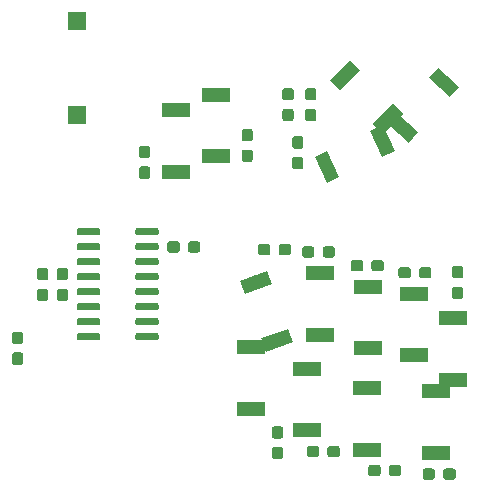
<source format=gbp>
G04 #@! TF.GenerationSoftware,KiCad,Pcbnew,(5.1.2)-1*
G04 #@! TF.CreationDate,2019-07-09T23:08:42-04:00*
G04 #@! TF.ProjectId,SPIvSPI_SAO_Black,53504976-5350-4495-9f53-414f5f426c61,0*
G04 #@! TF.SameCoordinates,PX8b5c450PY5b57ca0*
G04 #@! TF.FileFunction,Paste,Bot*
G04 #@! TF.FilePolarity,Positive*
%FSLAX46Y46*%
G04 Gerber Fmt 4.6, Leading zero omitted, Abs format (unit mm)*
G04 Created by KiCad (PCBNEW (5.1.2)-1) date 2019-07-09 23:08:42*
%MOMM*%
%LPD*%
G04 APERTURE LIST*
%ADD10R,2.400000X1.200000*%
%ADD11C,1.200000*%
%ADD12C,0.100000*%
%ADD13R,1.600000X1.600000*%
%ADD14C,0.950000*%
%ADD15C,0.600000*%
G04 APERTURE END LIST*
D10*
X16880000Y-8930000D03*
X16880000Y-14130000D03*
X11020000Y-8700000D03*
X11020000Y-13900000D03*
X5950000Y-7050000D03*
X5950000Y-12250000D03*
X1190000Y-5200000D03*
X1190000Y-10400000D03*
X18370000Y-7960000D03*
X18370000Y-2760000D03*
X15030000Y-5900000D03*
X15030000Y-700000D03*
X11130000Y-5270000D03*
X11130000Y-70000D03*
X7060000Y-4160000D03*
X7060000Y1040000D03*
D11*
X3438504Y-4606402D03*
D12*
G36*
X2105661Y-4453011D02*
G01*
X4360923Y-3632162D01*
X4771347Y-4759793D01*
X2516085Y-5580642D01*
X2105661Y-4453011D01*
X2105661Y-4453011D01*
G37*
D11*
X1660000Y280000D03*
D12*
G36*
X327157Y433391D02*
G01*
X2582419Y1254240D01*
X2992843Y126609D01*
X737581Y-694240D01*
X327157Y433391D01*
X327157Y433391D01*
G37*
D11*
X14100980Y13346651D03*
D12*
G36*
X13610685Y14595495D02*
G01*
X15394232Y12989581D01*
X14591275Y12097807D01*
X12807728Y13703721D01*
X13610685Y14595495D01*
X13610685Y14595495D01*
G37*
D11*
X17580460Y17211005D03*
D12*
G36*
X17090165Y18459849D02*
G01*
X18873712Y16853935D01*
X18070755Y15962161D01*
X16287208Y17568075D01*
X17090165Y18459849D01*
X17090165Y18459849D01*
G37*
D11*
X12826956Y14153044D03*
D12*
G36*
X11554164Y13728780D02*
G01*
X13251220Y15425836D01*
X14099748Y14577308D01*
X12402692Y12880252D01*
X11554164Y13728780D01*
X11554164Y13728780D01*
G37*
D11*
X9150000Y17830000D03*
D12*
G36*
X7877208Y17405736D02*
G01*
X9574264Y19102792D01*
X10422792Y18254264D01*
X8725736Y16557208D01*
X7877208Y17405736D01*
X7877208Y17405736D01*
G37*
D11*
X12379601Y12238059D03*
D12*
G36*
X12342958Y10896919D02*
G01*
X11328674Y13072057D01*
X12416244Y13579199D01*
X13430528Y11404061D01*
X12342958Y10896919D01*
X12342958Y10896919D01*
G37*
D11*
X7666801Y10040445D03*
D12*
G36*
X7630158Y8699305D02*
G01*
X6615874Y10874443D01*
X7703444Y11381585D01*
X8717728Y9206447D01*
X7630158Y8699305D01*
X7630158Y8699305D01*
G37*
D10*
X-1770000Y16150000D03*
X-1770000Y10950000D03*
X-5110000Y14840000D03*
X-5110000Y9640000D03*
D13*
X-13500000Y22410000D03*
X-13500000Y14410000D03*
D12*
G36*
X1170779Y13278856D02*
G01*
X1193834Y13275437D01*
X1216443Y13269773D01*
X1238387Y13261921D01*
X1259457Y13251956D01*
X1279448Y13239974D01*
X1298168Y13226090D01*
X1315438Y13210438D01*
X1331090Y13193168D01*
X1344974Y13174448D01*
X1356956Y13154457D01*
X1366921Y13133387D01*
X1374773Y13111443D01*
X1380437Y13088834D01*
X1383856Y13065779D01*
X1385000Y13042500D01*
X1385000Y12467500D01*
X1383856Y12444221D01*
X1380437Y12421166D01*
X1374773Y12398557D01*
X1366921Y12376613D01*
X1356956Y12355543D01*
X1344974Y12335552D01*
X1331090Y12316832D01*
X1315438Y12299562D01*
X1298168Y12283910D01*
X1279448Y12270026D01*
X1259457Y12258044D01*
X1238387Y12248079D01*
X1216443Y12240227D01*
X1193834Y12234563D01*
X1170779Y12231144D01*
X1147500Y12230000D01*
X672500Y12230000D01*
X649221Y12231144D01*
X626166Y12234563D01*
X603557Y12240227D01*
X581613Y12248079D01*
X560543Y12258044D01*
X540552Y12270026D01*
X521832Y12283910D01*
X504562Y12299562D01*
X488910Y12316832D01*
X475026Y12335552D01*
X463044Y12355543D01*
X453079Y12376613D01*
X445227Y12398557D01*
X439563Y12421166D01*
X436144Y12444221D01*
X435000Y12467500D01*
X435000Y13042500D01*
X436144Y13065779D01*
X439563Y13088834D01*
X445227Y13111443D01*
X453079Y13133387D01*
X463044Y13154457D01*
X475026Y13174448D01*
X488910Y13193168D01*
X504562Y13210438D01*
X521832Y13226090D01*
X540552Y13239974D01*
X560543Y13251956D01*
X581613Y13261921D01*
X603557Y13269773D01*
X626166Y13275437D01*
X649221Y13278856D01*
X672500Y13280000D01*
X1147500Y13280000D01*
X1170779Y13278856D01*
X1170779Y13278856D01*
G37*
D14*
X910000Y12755000D03*
D12*
G36*
X1170779Y11528856D02*
G01*
X1193834Y11525437D01*
X1216443Y11519773D01*
X1238387Y11511921D01*
X1259457Y11501956D01*
X1279448Y11489974D01*
X1298168Y11476090D01*
X1315438Y11460438D01*
X1331090Y11443168D01*
X1344974Y11424448D01*
X1356956Y11404457D01*
X1366921Y11383387D01*
X1374773Y11361443D01*
X1380437Y11338834D01*
X1383856Y11315779D01*
X1385000Y11292500D01*
X1385000Y10717500D01*
X1383856Y10694221D01*
X1380437Y10671166D01*
X1374773Y10648557D01*
X1366921Y10626613D01*
X1356956Y10605543D01*
X1344974Y10585552D01*
X1331090Y10566832D01*
X1315438Y10549562D01*
X1298168Y10533910D01*
X1279448Y10520026D01*
X1259457Y10508044D01*
X1238387Y10498079D01*
X1216443Y10490227D01*
X1193834Y10484563D01*
X1170779Y10481144D01*
X1147500Y10480000D01*
X672500Y10480000D01*
X649221Y10481144D01*
X626166Y10484563D01*
X603557Y10490227D01*
X581613Y10498079D01*
X560543Y10508044D01*
X540552Y10520026D01*
X521832Y10533910D01*
X504562Y10549562D01*
X488910Y10566832D01*
X475026Y10585552D01*
X463044Y10605543D01*
X453079Y10626613D01*
X445227Y10648557D01*
X439563Y10671166D01*
X436144Y10694221D01*
X435000Y10717500D01*
X435000Y11292500D01*
X436144Y11315779D01*
X439563Y11338834D01*
X445227Y11361443D01*
X453079Y11383387D01*
X463044Y11404457D01*
X475026Y11424448D01*
X488910Y11443168D01*
X504562Y11460438D01*
X521832Y11476090D01*
X540552Y11489974D01*
X560543Y11501956D01*
X581613Y11511921D01*
X603557Y11519773D01*
X626166Y11525437D01*
X649221Y11528856D01*
X672500Y11530000D01*
X1147500Y11530000D01*
X1170779Y11528856D01*
X1170779Y11528856D01*
G37*
D14*
X910000Y11005000D03*
D12*
G36*
X-6735297Y-4015722D02*
G01*
X-6720736Y-4017882D01*
X-6706457Y-4021459D01*
X-6692597Y-4026418D01*
X-6679290Y-4032712D01*
X-6666664Y-4040280D01*
X-6654841Y-4049048D01*
X-6643934Y-4058934D01*
X-6634048Y-4069841D01*
X-6625280Y-4081664D01*
X-6617712Y-4094290D01*
X-6611418Y-4107597D01*
X-6606459Y-4121457D01*
X-6602882Y-4135736D01*
X-6600722Y-4150297D01*
X-6600000Y-4165000D01*
X-6600000Y-4465000D01*
X-6600722Y-4479703D01*
X-6602882Y-4494264D01*
X-6606459Y-4508543D01*
X-6611418Y-4522403D01*
X-6617712Y-4535710D01*
X-6625280Y-4548336D01*
X-6634048Y-4560159D01*
X-6643934Y-4571066D01*
X-6654841Y-4580952D01*
X-6666664Y-4589720D01*
X-6679290Y-4597288D01*
X-6692597Y-4603582D01*
X-6706457Y-4608541D01*
X-6720736Y-4612118D01*
X-6735297Y-4614278D01*
X-6750000Y-4615000D01*
X-8400000Y-4615000D01*
X-8414703Y-4614278D01*
X-8429264Y-4612118D01*
X-8443543Y-4608541D01*
X-8457403Y-4603582D01*
X-8470710Y-4597288D01*
X-8483336Y-4589720D01*
X-8495159Y-4580952D01*
X-8506066Y-4571066D01*
X-8515952Y-4560159D01*
X-8524720Y-4548336D01*
X-8532288Y-4535710D01*
X-8538582Y-4522403D01*
X-8543541Y-4508543D01*
X-8547118Y-4494264D01*
X-8549278Y-4479703D01*
X-8550000Y-4465000D01*
X-8550000Y-4165000D01*
X-8549278Y-4150297D01*
X-8547118Y-4135736D01*
X-8543541Y-4121457D01*
X-8538582Y-4107597D01*
X-8532288Y-4094290D01*
X-8524720Y-4081664D01*
X-8515952Y-4069841D01*
X-8506066Y-4058934D01*
X-8495159Y-4049048D01*
X-8483336Y-4040280D01*
X-8470710Y-4032712D01*
X-8457403Y-4026418D01*
X-8443543Y-4021459D01*
X-8429264Y-4017882D01*
X-8414703Y-4015722D01*
X-8400000Y-4015000D01*
X-6750000Y-4015000D01*
X-6735297Y-4015722D01*
X-6735297Y-4015722D01*
G37*
D15*
X-7575000Y-4315000D03*
D12*
G36*
X-6735297Y-2745722D02*
G01*
X-6720736Y-2747882D01*
X-6706457Y-2751459D01*
X-6692597Y-2756418D01*
X-6679290Y-2762712D01*
X-6666664Y-2770280D01*
X-6654841Y-2779048D01*
X-6643934Y-2788934D01*
X-6634048Y-2799841D01*
X-6625280Y-2811664D01*
X-6617712Y-2824290D01*
X-6611418Y-2837597D01*
X-6606459Y-2851457D01*
X-6602882Y-2865736D01*
X-6600722Y-2880297D01*
X-6600000Y-2895000D01*
X-6600000Y-3195000D01*
X-6600722Y-3209703D01*
X-6602882Y-3224264D01*
X-6606459Y-3238543D01*
X-6611418Y-3252403D01*
X-6617712Y-3265710D01*
X-6625280Y-3278336D01*
X-6634048Y-3290159D01*
X-6643934Y-3301066D01*
X-6654841Y-3310952D01*
X-6666664Y-3319720D01*
X-6679290Y-3327288D01*
X-6692597Y-3333582D01*
X-6706457Y-3338541D01*
X-6720736Y-3342118D01*
X-6735297Y-3344278D01*
X-6750000Y-3345000D01*
X-8400000Y-3345000D01*
X-8414703Y-3344278D01*
X-8429264Y-3342118D01*
X-8443543Y-3338541D01*
X-8457403Y-3333582D01*
X-8470710Y-3327288D01*
X-8483336Y-3319720D01*
X-8495159Y-3310952D01*
X-8506066Y-3301066D01*
X-8515952Y-3290159D01*
X-8524720Y-3278336D01*
X-8532288Y-3265710D01*
X-8538582Y-3252403D01*
X-8543541Y-3238543D01*
X-8547118Y-3224264D01*
X-8549278Y-3209703D01*
X-8550000Y-3195000D01*
X-8550000Y-2895000D01*
X-8549278Y-2880297D01*
X-8547118Y-2865736D01*
X-8543541Y-2851457D01*
X-8538582Y-2837597D01*
X-8532288Y-2824290D01*
X-8524720Y-2811664D01*
X-8515952Y-2799841D01*
X-8506066Y-2788934D01*
X-8495159Y-2779048D01*
X-8483336Y-2770280D01*
X-8470710Y-2762712D01*
X-8457403Y-2756418D01*
X-8443543Y-2751459D01*
X-8429264Y-2747882D01*
X-8414703Y-2745722D01*
X-8400000Y-2745000D01*
X-6750000Y-2745000D01*
X-6735297Y-2745722D01*
X-6735297Y-2745722D01*
G37*
D15*
X-7575000Y-3045000D03*
D12*
G36*
X-6735297Y-1475722D02*
G01*
X-6720736Y-1477882D01*
X-6706457Y-1481459D01*
X-6692597Y-1486418D01*
X-6679290Y-1492712D01*
X-6666664Y-1500280D01*
X-6654841Y-1509048D01*
X-6643934Y-1518934D01*
X-6634048Y-1529841D01*
X-6625280Y-1541664D01*
X-6617712Y-1554290D01*
X-6611418Y-1567597D01*
X-6606459Y-1581457D01*
X-6602882Y-1595736D01*
X-6600722Y-1610297D01*
X-6600000Y-1625000D01*
X-6600000Y-1925000D01*
X-6600722Y-1939703D01*
X-6602882Y-1954264D01*
X-6606459Y-1968543D01*
X-6611418Y-1982403D01*
X-6617712Y-1995710D01*
X-6625280Y-2008336D01*
X-6634048Y-2020159D01*
X-6643934Y-2031066D01*
X-6654841Y-2040952D01*
X-6666664Y-2049720D01*
X-6679290Y-2057288D01*
X-6692597Y-2063582D01*
X-6706457Y-2068541D01*
X-6720736Y-2072118D01*
X-6735297Y-2074278D01*
X-6750000Y-2075000D01*
X-8400000Y-2075000D01*
X-8414703Y-2074278D01*
X-8429264Y-2072118D01*
X-8443543Y-2068541D01*
X-8457403Y-2063582D01*
X-8470710Y-2057288D01*
X-8483336Y-2049720D01*
X-8495159Y-2040952D01*
X-8506066Y-2031066D01*
X-8515952Y-2020159D01*
X-8524720Y-2008336D01*
X-8532288Y-1995710D01*
X-8538582Y-1982403D01*
X-8543541Y-1968543D01*
X-8547118Y-1954264D01*
X-8549278Y-1939703D01*
X-8550000Y-1925000D01*
X-8550000Y-1625000D01*
X-8549278Y-1610297D01*
X-8547118Y-1595736D01*
X-8543541Y-1581457D01*
X-8538582Y-1567597D01*
X-8532288Y-1554290D01*
X-8524720Y-1541664D01*
X-8515952Y-1529841D01*
X-8506066Y-1518934D01*
X-8495159Y-1509048D01*
X-8483336Y-1500280D01*
X-8470710Y-1492712D01*
X-8457403Y-1486418D01*
X-8443543Y-1481459D01*
X-8429264Y-1477882D01*
X-8414703Y-1475722D01*
X-8400000Y-1475000D01*
X-6750000Y-1475000D01*
X-6735297Y-1475722D01*
X-6735297Y-1475722D01*
G37*
D15*
X-7575000Y-1775000D03*
D12*
G36*
X-6735297Y-205722D02*
G01*
X-6720736Y-207882D01*
X-6706457Y-211459D01*
X-6692597Y-216418D01*
X-6679290Y-222712D01*
X-6666664Y-230280D01*
X-6654841Y-239048D01*
X-6643934Y-248934D01*
X-6634048Y-259841D01*
X-6625280Y-271664D01*
X-6617712Y-284290D01*
X-6611418Y-297597D01*
X-6606459Y-311457D01*
X-6602882Y-325736D01*
X-6600722Y-340297D01*
X-6600000Y-355000D01*
X-6600000Y-655000D01*
X-6600722Y-669703D01*
X-6602882Y-684264D01*
X-6606459Y-698543D01*
X-6611418Y-712403D01*
X-6617712Y-725710D01*
X-6625280Y-738336D01*
X-6634048Y-750159D01*
X-6643934Y-761066D01*
X-6654841Y-770952D01*
X-6666664Y-779720D01*
X-6679290Y-787288D01*
X-6692597Y-793582D01*
X-6706457Y-798541D01*
X-6720736Y-802118D01*
X-6735297Y-804278D01*
X-6750000Y-805000D01*
X-8400000Y-805000D01*
X-8414703Y-804278D01*
X-8429264Y-802118D01*
X-8443543Y-798541D01*
X-8457403Y-793582D01*
X-8470710Y-787288D01*
X-8483336Y-779720D01*
X-8495159Y-770952D01*
X-8506066Y-761066D01*
X-8515952Y-750159D01*
X-8524720Y-738336D01*
X-8532288Y-725710D01*
X-8538582Y-712403D01*
X-8543541Y-698543D01*
X-8547118Y-684264D01*
X-8549278Y-669703D01*
X-8550000Y-655000D01*
X-8550000Y-355000D01*
X-8549278Y-340297D01*
X-8547118Y-325736D01*
X-8543541Y-311457D01*
X-8538582Y-297597D01*
X-8532288Y-284290D01*
X-8524720Y-271664D01*
X-8515952Y-259841D01*
X-8506066Y-248934D01*
X-8495159Y-239048D01*
X-8483336Y-230280D01*
X-8470710Y-222712D01*
X-8457403Y-216418D01*
X-8443543Y-211459D01*
X-8429264Y-207882D01*
X-8414703Y-205722D01*
X-8400000Y-205000D01*
X-6750000Y-205000D01*
X-6735297Y-205722D01*
X-6735297Y-205722D01*
G37*
D15*
X-7575000Y-505000D03*
D12*
G36*
X-6735297Y1064278D02*
G01*
X-6720736Y1062118D01*
X-6706457Y1058541D01*
X-6692597Y1053582D01*
X-6679290Y1047288D01*
X-6666664Y1039720D01*
X-6654841Y1030952D01*
X-6643934Y1021066D01*
X-6634048Y1010159D01*
X-6625280Y998336D01*
X-6617712Y985710D01*
X-6611418Y972403D01*
X-6606459Y958543D01*
X-6602882Y944264D01*
X-6600722Y929703D01*
X-6600000Y915000D01*
X-6600000Y615000D01*
X-6600722Y600297D01*
X-6602882Y585736D01*
X-6606459Y571457D01*
X-6611418Y557597D01*
X-6617712Y544290D01*
X-6625280Y531664D01*
X-6634048Y519841D01*
X-6643934Y508934D01*
X-6654841Y499048D01*
X-6666664Y490280D01*
X-6679290Y482712D01*
X-6692597Y476418D01*
X-6706457Y471459D01*
X-6720736Y467882D01*
X-6735297Y465722D01*
X-6750000Y465000D01*
X-8400000Y465000D01*
X-8414703Y465722D01*
X-8429264Y467882D01*
X-8443543Y471459D01*
X-8457403Y476418D01*
X-8470710Y482712D01*
X-8483336Y490280D01*
X-8495159Y499048D01*
X-8506066Y508934D01*
X-8515952Y519841D01*
X-8524720Y531664D01*
X-8532288Y544290D01*
X-8538582Y557597D01*
X-8543541Y571457D01*
X-8547118Y585736D01*
X-8549278Y600297D01*
X-8550000Y615000D01*
X-8550000Y915000D01*
X-8549278Y929703D01*
X-8547118Y944264D01*
X-8543541Y958543D01*
X-8538582Y972403D01*
X-8532288Y985710D01*
X-8524720Y998336D01*
X-8515952Y1010159D01*
X-8506066Y1021066D01*
X-8495159Y1030952D01*
X-8483336Y1039720D01*
X-8470710Y1047288D01*
X-8457403Y1053582D01*
X-8443543Y1058541D01*
X-8429264Y1062118D01*
X-8414703Y1064278D01*
X-8400000Y1065000D01*
X-6750000Y1065000D01*
X-6735297Y1064278D01*
X-6735297Y1064278D01*
G37*
D15*
X-7575000Y765000D03*
D12*
G36*
X-6735297Y2334278D02*
G01*
X-6720736Y2332118D01*
X-6706457Y2328541D01*
X-6692597Y2323582D01*
X-6679290Y2317288D01*
X-6666664Y2309720D01*
X-6654841Y2300952D01*
X-6643934Y2291066D01*
X-6634048Y2280159D01*
X-6625280Y2268336D01*
X-6617712Y2255710D01*
X-6611418Y2242403D01*
X-6606459Y2228543D01*
X-6602882Y2214264D01*
X-6600722Y2199703D01*
X-6600000Y2185000D01*
X-6600000Y1885000D01*
X-6600722Y1870297D01*
X-6602882Y1855736D01*
X-6606459Y1841457D01*
X-6611418Y1827597D01*
X-6617712Y1814290D01*
X-6625280Y1801664D01*
X-6634048Y1789841D01*
X-6643934Y1778934D01*
X-6654841Y1769048D01*
X-6666664Y1760280D01*
X-6679290Y1752712D01*
X-6692597Y1746418D01*
X-6706457Y1741459D01*
X-6720736Y1737882D01*
X-6735297Y1735722D01*
X-6750000Y1735000D01*
X-8400000Y1735000D01*
X-8414703Y1735722D01*
X-8429264Y1737882D01*
X-8443543Y1741459D01*
X-8457403Y1746418D01*
X-8470710Y1752712D01*
X-8483336Y1760280D01*
X-8495159Y1769048D01*
X-8506066Y1778934D01*
X-8515952Y1789841D01*
X-8524720Y1801664D01*
X-8532288Y1814290D01*
X-8538582Y1827597D01*
X-8543541Y1841457D01*
X-8547118Y1855736D01*
X-8549278Y1870297D01*
X-8550000Y1885000D01*
X-8550000Y2185000D01*
X-8549278Y2199703D01*
X-8547118Y2214264D01*
X-8543541Y2228543D01*
X-8538582Y2242403D01*
X-8532288Y2255710D01*
X-8524720Y2268336D01*
X-8515952Y2280159D01*
X-8506066Y2291066D01*
X-8495159Y2300952D01*
X-8483336Y2309720D01*
X-8470710Y2317288D01*
X-8457403Y2323582D01*
X-8443543Y2328541D01*
X-8429264Y2332118D01*
X-8414703Y2334278D01*
X-8400000Y2335000D01*
X-6750000Y2335000D01*
X-6735297Y2334278D01*
X-6735297Y2334278D01*
G37*
D15*
X-7575000Y2035000D03*
D12*
G36*
X-6735297Y3604278D02*
G01*
X-6720736Y3602118D01*
X-6706457Y3598541D01*
X-6692597Y3593582D01*
X-6679290Y3587288D01*
X-6666664Y3579720D01*
X-6654841Y3570952D01*
X-6643934Y3561066D01*
X-6634048Y3550159D01*
X-6625280Y3538336D01*
X-6617712Y3525710D01*
X-6611418Y3512403D01*
X-6606459Y3498543D01*
X-6602882Y3484264D01*
X-6600722Y3469703D01*
X-6600000Y3455000D01*
X-6600000Y3155000D01*
X-6600722Y3140297D01*
X-6602882Y3125736D01*
X-6606459Y3111457D01*
X-6611418Y3097597D01*
X-6617712Y3084290D01*
X-6625280Y3071664D01*
X-6634048Y3059841D01*
X-6643934Y3048934D01*
X-6654841Y3039048D01*
X-6666664Y3030280D01*
X-6679290Y3022712D01*
X-6692597Y3016418D01*
X-6706457Y3011459D01*
X-6720736Y3007882D01*
X-6735297Y3005722D01*
X-6750000Y3005000D01*
X-8400000Y3005000D01*
X-8414703Y3005722D01*
X-8429264Y3007882D01*
X-8443543Y3011459D01*
X-8457403Y3016418D01*
X-8470710Y3022712D01*
X-8483336Y3030280D01*
X-8495159Y3039048D01*
X-8506066Y3048934D01*
X-8515952Y3059841D01*
X-8524720Y3071664D01*
X-8532288Y3084290D01*
X-8538582Y3097597D01*
X-8543541Y3111457D01*
X-8547118Y3125736D01*
X-8549278Y3140297D01*
X-8550000Y3155000D01*
X-8550000Y3455000D01*
X-8549278Y3469703D01*
X-8547118Y3484264D01*
X-8543541Y3498543D01*
X-8538582Y3512403D01*
X-8532288Y3525710D01*
X-8524720Y3538336D01*
X-8515952Y3550159D01*
X-8506066Y3561066D01*
X-8495159Y3570952D01*
X-8483336Y3579720D01*
X-8470710Y3587288D01*
X-8457403Y3593582D01*
X-8443543Y3598541D01*
X-8429264Y3602118D01*
X-8414703Y3604278D01*
X-8400000Y3605000D01*
X-6750000Y3605000D01*
X-6735297Y3604278D01*
X-6735297Y3604278D01*
G37*
D15*
X-7575000Y3305000D03*
D12*
G36*
X-6735297Y4874278D02*
G01*
X-6720736Y4872118D01*
X-6706457Y4868541D01*
X-6692597Y4863582D01*
X-6679290Y4857288D01*
X-6666664Y4849720D01*
X-6654841Y4840952D01*
X-6643934Y4831066D01*
X-6634048Y4820159D01*
X-6625280Y4808336D01*
X-6617712Y4795710D01*
X-6611418Y4782403D01*
X-6606459Y4768543D01*
X-6602882Y4754264D01*
X-6600722Y4739703D01*
X-6600000Y4725000D01*
X-6600000Y4425000D01*
X-6600722Y4410297D01*
X-6602882Y4395736D01*
X-6606459Y4381457D01*
X-6611418Y4367597D01*
X-6617712Y4354290D01*
X-6625280Y4341664D01*
X-6634048Y4329841D01*
X-6643934Y4318934D01*
X-6654841Y4309048D01*
X-6666664Y4300280D01*
X-6679290Y4292712D01*
X-6692597Y4286418D01*
X-6706457Y4281459D01*
X-6720736Y4277882D01*
X-6735297Y4275722D01*
X-6750000Y4275000D01*
X-8400000Y4275000D01*
X-8414703Y4275722D01*
X-8429264Y4277882D01*
X-8443543Y4281459D01*
X-8457403Y4286418D01*
X-8470710Y4292712D01*
X-8483336Y4300280D01*
X-8495159Y4309048D01*
X-8506066Y4318934D01*
X-8515952Y4329841D01*
X-8524720Y4341664D01*
X-8532288Y4354290D01*
X-8538582Y4367597D01*
X-8543541Y4381457D01*
X-8547118Y4395736D01*
X-8549278Y4410297D01*
X-8550000Y4425000D01*
X-8550000Y4725000D01*
X-8549278Y4739703D01*
X-8547118Y4754264D01*
X-8543541Y4768543D01*
X-8538582Y4782403D01*
X-8532288Y4795710D01*
X-8524720Y4808336D01*
X-8515952Y4820159D01*
X-8506066Y4831066D01*
X-8495159Y4840952D01*
X-8483336Y4849720D01*
X-8470710Y4857288D01*
X-8457403Y4863582D01*
X-8443543Y4868541D01*
X-8429264Y4872118D01*
X-8414703Y4874278D01*
X-8400000Y4875000D01*
X-6750000Y4875000D01*
X-6735297Y4874278D01*
X-6735297Y4874278D01*
G37*
D15*
X-7575000Y4575000D03*
D12*
G36*
X-11685297Y4874278D02*
G01*
X-11670736Y4872118D01*
X-11656457Y4868541D01*
X-11642597Y4863582D01*
X-11629290Y4857288D01*
X-11616664Y4849720D01*
X-11604841Y4840952D01*
X-11593934Y4831066D01*
X-11584048Y4820159D01*
X-11575280Y4808336D01*
X-11567712Y4795710D01*
X-11561418Y4782403D01*
X-11556459Y4768543D01*
X-11552882Y4754264D01*
X-11550722Y4739703D01*
X-11550000Y4725000D01*
X-11550000Y4425000D01*
X-11550722Y4410297D01*
X-11552882Y4395736D01*
X-11556459Y4381457D01*
X-11561418Y4367597D01*
X-11567712Y4354290D01*
X-11575280Y4341664D01*
X-11584048Y4329841D01*
X-11593934Y4318934D01*
X-11604841Y4309048D01*
X-11616664Y4300280D01*
X-11629290Y4292712D01*
X-11642597Y4286418D01*
X-11656457Y4281459D01*
X-11670736Y4277882D01*
X-11685297Y4275722D01*
X-11700000Y4275000D01*
X-13350000Y4275000D01*
X-13364703Y4275722D01*
X-13379264Y4277882D01*
X-13393543Y4281459D01*
X-13407403Y4286418D01*
X-13420710Y4292712D01*
X-13433336Y4300280D01*
X-13445159Y4309048D01*
X-13456066Y4318934D01*
X-13465952Y4329841D01*
X-13474720Y4341664D01*
X-13482288Y4354290D01*
X-13488582Y4367597D01*
X-13493541Y4381457D01*
X-13497118Y4395736D01*
X-13499278Y4410297D01*
X-13500000Y4425000D01*
X-13500000Y4725000D01*
X-13499278Y4739703D01*
X-13497118Y4754264D01*
X-13493541Y4768543D01*
X-13488582Y4782403D01*
X-13482288Y4795710D01*
X-13474720Y4808336D01*
X-13465952Y4820159D01*
X-13456066Y4831066D01*
X-13445159Y4840952D01*
X-13433336Y4849720D01*
X-13420710Y4857288D01*
X-13407403Y4863582D01*
X-13393543Y4868541D01*
X-13379264Y4872118D01*
X-13364703Y4874278D01*
X-13350000Y4875000D01*
X-11700000Y4875000D01*
X-11685297Y4874278D01*
X-11685297Y4874278D01*
G37*
D15*
X-12525000Y4575000D03*
D12*
G36*
X-11685297Y3604278D02*
G01*
X-11670736Y3602118D01*
X-11656457Y3598541D01*
X-11642597Y3593582D01*
X-11629290Y3587288D01*
X-11616664Y3579720D01*
X-11604841Y3570952D01*
X-11593934Y3561066D01*
X-11584048Y3550159D01*
X-11575280Y3538336D01*
X-11567712Y3525710D01*
X-11561418Y3512403D01*
X-11556459Y3498543D01*
X-11552882Y3484264D01*
X-11550722Y3469703D01*
X-11550000Y3455000D01*
X-11550000Y3155000D01*
X-11550722Y3140297D01*
X-11552882Y3125736D01*
X-11556459Y3111457D01*
X-11561418Y3097597D01*
X-11567712Y3084290D01*
X-11575280Y3071664D01*
X-11584048Y3059841D01*
X-11593934Y3048934D01*
X-11604841Y3039048D01*
X-11616664Y3030280D01*
X-11629290Y3022712D01*
X-11642597Y3016418D01*
X-11656457Y3011459D01*
X-11670736Y3007882D01*
X-11685297Y3005722D01*
X-11700000Y3005000D01*
X-13350000Y3005000D01*
X-13364703Y3005722D01*
X-13379264Y3007882D01*
X-13393543Y3011459D01*
X-13407403Y3016418D01*
X-13420710Y3022712D01*
X-13433336Y3030280D01*
X-13445159Y3039048D01*
X-13456066Y3048934D01*
X-13465952Y3059841D01*
X-13474720Y3071664D01*
X-13482288Y3084290D01*
X-13488582Y3097597D01*
X-13493541Y3111457D01*
X-13497118Y3125736D01*
X-13499278Y3140297D01*
X-13500000Y3155000D01*
X-13500000Y3455000D01*
X-13499278Y3469703D01*
X-13497118Y3484264D01*
X-13493541Y3498543D01*
X-13488582Y3512403D01*
X-13482288Y3525710D01*
X-13474720Y3538336D01*
X-13465952Y3550159D01*
X-13456066Y3561066D01*
X-13445159Y3570952D01*
X-13433336Y3579720D01*
X-13420710Y3587288D01*
X-13407403Y3593582D01*
X-13393543Y3598541D01*
X-13379264Y3602118D01*
X-13364703Y3604278D01*
X-13350000Y3605000D01*
X-11700000Y3605000D01*
X-11685297Y3604278D01*
X-11685297Y3604278D01*
G37*
D15*
X-12525000Y3305000D03*
D12*
G36*
X-11685297Y2334278D02*
G01*
X-11670736Y2332118D01*
X-11656457Y2328541D01*
X-11642597Y2323582D01*
X-11629290Y2317288D01*
X-11616664Y2309720D01*
X-11604841Y2300952D01*
X-11593934Y2291066D01*
X-11584048Y2280159D01*
X-11575280Y2268336D01*
X-11567712Y2255710D01*
X-11561418Y2242403D01*
X-11556459Y2228543D01*
X-11552882Y2214264D01*
X-11550722Y2199703D01*
X-11550000Y2185000D01*
X-11550000Y1885000D01*
X-11550722Y1870297D01*
X-11552882Y1855736D01*
X-11556459Y1841457D01*
X-11561418Y1827597D01*
X-11567712Y1814290D01*
X-11575280Y1801664D01*
X-11584048Y1789841D01*
X-11593934Y1778934D01*
X-11604841Y1769048D01*
X-11616664Y1760280D01*
X-11629290Y1752712D01*
X-11642597Y1746418D01*
X-11656457Y1741459D01*
X-11670736Y1737882D01*
X-11685297Y1735722D01*
X-11700000Y1735000D01*
X-13350000Y1735000D01*
X-13364703Y1735722D01*
X-13379264Y1737882D01*
X-13393543Y1741459D01*
X-13407403Y1746418D01*
X-13420710Y1752712D01*
X-13433336Y1760280D01*
X-13445159Y1769048D01*
X-13456066Y1778934D01*
X-13465952Y1789841D01*
X-13474720Y1801664D01*
X-13482288Y1814290D01*
X-13488582Y1827597D01*
X-13493541Y1841457D01*
X-13497118Y1855736D01*
X-13499278Y1870297D01*
X-13500000Y1885000D01*
X-13500000Y2185000D01*
X-13499278Y2199703D01*
X-13497118Y2214264D01*
X-13493541Y2228543D01*
X-13488582Y2242403D01*
X-13482288Y2255710D01*
X-13474720Y2268336D01*
X-13465952Y2280159D01*
X-13456066Y2291066D01*
X-13445159Y2300952D01*
X-13433336Y2309720D01*
X-13420710Y2317288D01*
X-13407403Y2323582D01*
X-13393543Y2328541D01*
X-13379264Y2332118D01*
X-13364703Y2334278D01*
X-13350000Y2335000D01*
X-11700000Y2335000D01*
X-11685297Y2334278D01*
X-11685297Y2334278D01*
G37*
D15*
X-12525000Y2035000D03*
D12*
G36*
X-11685297Y1064278D02*
G01*
X-11670736Y1062118D01*
X-11656457Y1058541D01*
X-11642597Y1053582D01*
X-11629290Y1047288D01*
X-11616664Y1039720D01*
X-11604841Y1030952D01*
X-11593934Y1021066D01*
X-11584048Y1010159D01*
X-11575280Y998336D01*
X-11567712Y985710D01*
X-11561418Y972403D01*
X-11556459Y958543D01*
X-11552882Y944264D01*
X-11550722Y929703D01*
X-11550000Y915000D01*
X-11550000Y615000D01*
X-11550722Y600297D01*
X-11552882Y585736D01*
X-11556459Y571457D01*
X-11561418Y557597D01*
X-11567712Y544290D01*
X-11575280Y531664D01*
X-11584048Y519841D01*
X-11593934Y508934D01*
X-11604841Y499048D01*
X-11616664Y490280D01*
X-11629290Y482712D01*
X-11642597Y476418D01*
X-11656457Y471459D01*
X-11670736Y467882D01*
X-11685297Y465722D01*
X-11700000Y465000D01*
X-13350000Y465000D01*
X-13364703Y465722D01*
X-13379264Y467882D01*
X-13393543Y471459D01*
X-13407403Y476418D01*
X-13420710Y482712D01*
X-13433336Y490280D01*
X-13445159Y499048D01*
X-13456066Y508934D01*
X-13465952Y519841D01*
X-13474720Y531664D01*
X-13482288Y544290D01*
X-13488582Y557597D01*
X-13493541Y571457D01*
X-13497118Y585736D01*
X-13499278Y600297D01*
X-13500000Y615000D01*
X-13500000Y915000D01*
X-13499278Y929703D01*
X-13497118Y944264D01*
X-13493541Y958543D01*
X-13488582Y972403D01*
X-13482288Y985710D01*
X-13474720Y998336D01*
X-13465952Y1010159D01*
X-13456066Y1021066D01*
X-13445159Y1030952D01*
X-13433336Y1039720D01*
X-13420710Y1047288D01*
X-13407403Y1053582D01*
X-13393543Y1058541D01*
X-13379264Y1062118D01*
X-13364703Y1064278D01*
X-13350000Y1065000D01*
X-11700000Y1065000D01*
X-11685297Y1064278D01*
X-11685297Y1064278D01*
G37*
D15*
X-12525000Y765000D03*
D12*
G36*
X-11685297Y-205722D02*
G01*
X-11670736Y-207882D01*
X-11656457Y-211459D01*
X-11642597Y-216418D01*
X-11629290Y-222712D01*
X-11616664Y-230280D01*
X-11604841Y-239048D01*
X-11593934Y-248934D01*
X-11584048Y-259841D01*
X-11575280Y-271664D01*
X-11567712Y-284290D01*
X-11561418Y-297597D01*
X-11556459Y-311457D01*
X-11552882Y-325736D01*
X-11550722Y-340297D01*
X-11550000Y-355000D01*
X-11550000Y-655000D01*
X-11550722Y-669703D01*
X-11552882Y-684264D01*
X-11556459Y-698543D01*
X-11561418Y-712403D01*
X-11567712Y-725710D01*
X-11575280Y-738336D01*
X-11584048Y-750159D01*
X-11593934Y-761066D01*
X-11604841Y-770952D01*
X-11616664Y-779720D01*
X-11629290Y-787288D01*
X-11642597Y-793582D01*
X-11656457Y-798541D01*
X-11670736Y-802118D01*
X-11685297Y-804278D01*
X-11700000Y-805000D01*
X-13350000Y-805000D01*
X-13364703Y-804278D01*
X-13379264Y-802118D01*
X-13393543Y-798541D01*
X-13407403Y-793582D01*
X-13420710Y-787288D01*
X-13433336Y-779720D01*
X-13445159Y-770952D01*
X-13456066Y-761066D01*
X-13465952Y-750159D01*
X-13474720Y-738336D01*
X-13482288Y-725710D01*
X-13488582Y-712403D01*
X-13493541Y-698543D01*
X-13497118Y-684264D01*
X-13499278Y-669703D01*
X-13500000Y-655000D01*
X-13500000Y-355000D01*
X-13499278Y-340297D01*
X-13497118Y-325736D01*
X-13493541Y-311457D01*
X-13488582Y-297597D01*
X-13482288Y-284290D01*
X-13474720Y-271664D01*
X-13465952Y-259841D01*
X-13456066Y-248934D01*
X-13445159Y-239048D01*
X-13433336Y-230280D01*
X-13420710Y-222712D01*
X-13407403Y-216418D01*
X-13393543Y-211459D01*
X-13379264Y-207882D01*
X-13364703Y-205722D01*
X-13350000Y-205000D01*
X-11700000Y-205000D01*
X-11685297Y-205722D01*
X-11685297Y-205722D01*
G37*
D15*
X-12525000Y-505000D03*
D12*
G36*
X-11685297Y-1475722D02*
G01*
X-11670736Y-1477882D01*
X-11656457Y-1481459D01*
X-11642597Y-1486418D01*
X-11629290Y-1492712D01*
X-11616664Y-1500280D01*
X-11604841Y-1509048D01*
X-11593934Y-1518934D01*
X-11584048Y-1529841D01*
X-11575280Y-1541664D01*
X-11567712Y-1554290D01*
X-11561418Y-1567597D01*
X-11556459Y-1581457D01*
X-11552882Y-1595736D01*
X-11550722Y-1610297D01*
X-11550000Y-1625000D01*
X-11550000Y-1925000D01*
X-11550722Y-1939703D01*
X-11552882Y-1954264D01*
X-11556459Y-1968543D01*
X-11561418Y-1982403D01*
X-11567712Y-1995710D01*
X-11575280Y-2008336D01*
X-11584048Y-2020159D01*
X-11593934Y-2031066D01*
X-11604841Y-2040952D01*
X-11616664Y-2049720D01*
X-11629290Y-2057288D01*
X-11642597Y-2063582D01*
X-11656457Y-2068541D01*
X-11670736Y-2072118D01*
X-11685297Y-2074278D01*
X-11700000Y-2075000D01*
X-13350000Y-2075000D01*
X-13364703Y-2074278D01*
X-13379264Y-2072118D01*
X-13393543Y-2068541D01*
X-13407403Y-2063582D01*
X-13420710Y-2057288D01*
X-13433336Y-2049720D01*
X-13445159Y-2040952D01*
X-13456066Y-2031066D01*
X-13465952Y-2020159D01*
X-13474720Y-2008336D01*
X-13482288Y-1995710D01*
X-13488582Y-1982403D01*
X-13493541Y-1968543D01*
X-13497118Y-1954264D01*
X-13499278Y-1939703D01*
X-13500000Y-1925000D01*
X-13500000Y-1625000D01*
X-13499278Y-1610297D01*
X-13497118Y-1595736D01*
X-13493541Y-1581457D01*
X-13488582Y-1567597D01*
X-13482288Y-1554290D01*
X-13474720Y-1541664D01*
X-13465952Y-1529841D01*
X-13456066Y-1518934D01*
X-13445159Y-1509048D01*
X-13433336Y-1500280D01*
X-13420710Y-1492712D01*
X-13407403Y-1486418D01*
X-13393543Y-1481459D01*
X-13379264Y-1477882D01*
X-13364703Y-1475722D01*
X-13350000Y-1475000D01*
X-11700000Y-1475000D01*
X-11685297Y-1475722D01*
X-11685297Y-1475722D01*
G37*
D15*
X-12525000Y-1775000D03*
D12*
G36*
X-11685297Y-2745722D02*
G01*
X-11670736Y-2747882D01*
X-11656457Y-2751459D01*
X-11642597Y-2756418D01*
X-11629290Y-2762712D01*
X-11616664Y-2770280D01*
X-11604841Y-2779048D01*
X-11593934Y-2788934D01*
X-11584048Y-2799841D01*
X-11575280Y-2811664D01*
X-11567712Y-2824290D01*
X-11561418Y-2837597D01*
X-11556459Y-2851457D01*
X-11552882Y-2865736D01*
X-11550722Y-2880297D01*
X-11550000Y-2895000D01*
X-11550000Y-3195000D01*
X-11550722Y-3209703D01*
X-11552882Y-3224264D01*
X-11556459Y-3238543D01*
X-11561418Y-3252403D01*
X-11567712Y-3265710D01*
X-11575280Y-3278336D01*
X-11584048Y-3290159D01*
X-11593934Y-3301066D01*
X-11604841Y-3310952D01*
X-11616664Y-3319720D01*
X-11629290Y-3327288D01*
X-11642597Y-3333582D01*
X-11656457Y-3338541D01*
X-11670736Y-3342118D01*
X-11685297Y-3344278D01*
X-11700000Y-3345000D01*
X-13350000Y-3345000D01*
X-13364703Y-3344278D01*
X-13379264Y-3342118D01*
X-13393543Y-3338541D01*
X-13407403Y-3333582D01*
X-13420710Y-3327288D01*
X-13433336Y-3319720D01*
X-13445159Y-3310952D01*
X-13456066Y-3301066D01*
X-13465952Y-3290159D01*
X-13474720Y-3278336D01*
X-13482288Y-3265710D01*
X-13488582Y-3252403D01*
X-13493541Y-3238543D01*
X-13497118Y-3224264D01*
X-13499278Y-3209703D01*
X-13500000Y-3195000D01*
X-13500000Y-2895000D01*
X-13499278Y-2880297D01*
X-13497118Y-2865736D01*
X-13493541Y-2851457D01*
X-13488582Y-2837597D01*
X-13482288Y-2824290D01*
X-13474720Y-2811664D01*
X-13465952Y-2799841D01*
X-13456066Y-2788934D01*
X-13445159Y-2779048D01*
X-13433336Y-2770280D01*
X-13420710Y-2762712D01*
X-13407403Y-2756418D01*
X-13393543Y-2751459D01*
X-13379264Y-2747882D01*
X-13364703Y-2745722D01*
X-13350000Y-2745000D01*
X-11700000Y-2745000D01*
X-11685297Y-2745722D01*
X-11685297Y-2745722D01*
G37*
D15*
X-12525000Y-3045000D03*
D12*
G36*
X-11685297Y-4015722D02*
G01*
X-11670736Y-4017882D01*
X-11656457Y-4021459D01*
X-11642597Y-4026418D01*
X-11629290Y-4032712D01*
X-11616664Y-4040280D01*
X-11604841Y-4049048D01*
X-11593934Y-4058934D01*
X-11584048Y-4069841D01*
X-11575280Y-4081664D01*
X-11567712Y-4094290D01*
X-11561418Y-4107597D01*
X-11556459Y-4121457D01*
X-11552882Y-4135736D01*
X-11550722Y-4150297D01*
X-11550000Y-4165000D01*
X-11550000Y-4465000D01*
X-11550722Y-4479703D01*
X-11552882Y-4494264D01*
X-11556459Y-4508543D01*
X-11561418Y-4522403D01*
X-11567712Y-4535710D01*
X-11575280Y-4548336D01*
X-11584048Y-4560159D01*
X-11593934Y-4571066D01*
X-11604841Y-4580952D01*
X-11616664Y-4589720D01*
X-11629290Y-4597288D01*
X-11642597Y-4603582D01*
X-11656457Y-4608541D01*
X-11670736Y-4612118D01*
X-11685297Y-4614278D01*
X-11700000Y-4615000D01*
X-13350000Y-4615000D01*
X-13364703Y-4614278D01*
X-13379264Y-4612118D01*
X-13393543Y-4608541D01*
X-13407403Y-4603582D01*
X-13420710Y-4597288D01*
X-13433336Y-4589720D01*
X-13445159Y-4580952D01*
X-13456066Y-4571066D01*
X-13465952Y-4560159D01*
X-13474720Y-4548336D01*
X-13482288Y-4535710D01*
X-13488582Y-4522403D01*
X-13493541Y-4508543D01*
X-13497118Y-4494264D01*
X-13499278Y-4479703D01*
X-13500000Y-4465000D01*
X-13500000Y-4165000D01*
X-13499278Y-4150297D01*
X-13497118Y-4135736D01*
X-13493541Y-4121457D01*
X-13488582Y-4107597D01*
X-13482288Y-4094290D01*
X-13474720Y-4081664D01*
X-13465952Y-4069841D01*
X-13456066Y-4058934D01*
X-13445159Y-4049048D01*
X-13433336Y-4040280D01*
X-13420710Y-4032712D01*
X-13407403Y-4026418D01*
X-13393543Y-4021459D01*
X-13379264Y-4017882D01*
X-13364703Y-4015722D01*
X-13350000Y-4015000D01*
X-11700000Y-4015000D01*
X-11685297Y-4015722D01*
X-11685297Y-4015722D01*
G37*
D15*
X-12525000Y-4315000D03*
D12*
G36*
X16590779Y-15476144D02*
G01*
X16613834Y-15479563D01*
X16636443Y-15485227D01*
X16658387Y-15493079D01*
X16679457Y-15503044D01*
X16699448Y-15515026D01*
X16718168Y-15528910D01*
X16735438Y-15544562D01*
X16751090Y-15561832D01*
X16764974Y-15580552D01*
X16776956Y-15600543D01*
X16786921Y-15621613D01*
X16794773Y-15643557D01*
X16800437Y-15666166D01*
X16803856Y-15689221D01*
X16805000Y-15712500D01*
X16805000Y-16187500D01*
X16803856Y-16210779D01*
X16800437Y-16233834D01*
X16794773Y-16256443D01*
X16786921Y-16278387D01*
X16776956Y-16299457D01*
X16764974Y-16319448D01*
X16751090Y-16338168D01*
X16735438Y-16355438D01*
X16718168Y-16371090D01*
X16699448Y-16384974D01*
X16679457Y-16396956D01*
X16658387Y-16406921D01*
X16636443Y-16414773D01*
X16613834Y-16420437D01*
X16590779Y-16423856D01*
X16567500Y-16425000D01*
X15992500Y-16425000D01*
X15969221Y-16423856D01*
X15946166Y-16420437D01*
X15923557Y-16414773D01*
X15901613Y-16406921D01*
X15880543Y-16396956D01*
X15860552Y-16384974D01*
X15841832Y-16371090D01*
X15824562Y-16355438D01*
X15808910Y-16338168D01*
X15795026Y-16319448D01*
X15783044Y-16299457D01*
X15773079Y-16278387D01*
X15765227Y-16256443D01*
X15759563Y-16233834D01*
X15756144Y-16210779D01*
X15755000Y-16187500D01*
X15755000Y-15712500D01*
X15756144Y-15689221D01*
X15759563Y-15666166D01*
X15765227Y-15643557D01*
X15773079Y-15621613D01*
X15783044Y-15600543D01*
X15795026Y-15580552D01*
X15808910Y-15561832D01*
X15824562Y-15544562D01*
X15841832Y-15528910D01*
X15860552Y-15515026D01*
X15880543Y-15503044D01*
X15901613Y-15493079D01*
X15923557Y-15485227D01*
X15946166Y-15479563D01*
X15969221Y-15476144D01*
X15992500Y-15475000D01*
X16567500Y-15475000D01*
X16590779Y-15476144D01*
X16590779Y-15476144D01*
G37*
D14*
X16280000Y-15950000D03*
D12*
G36*
X18340779Y-15476144D02*
G01*
X18363834Y-15479563D01*
X18386443Y-15485227D01*
X18408387Y-15493079D01*
X18429457Y-15503044D01*
X18449448Y-15515026D01*
X18468168Y-15528910D01*
X18485438Y-15544562D01*
X18501090Y-15561832D01*
X18514974Y-15580552D01*
X18526956Y-15600543D01*
X18536921Y-15621613D01*
X18544773Y-15643557D01*
X18550437Y-15666166D01*
X18553856Y-15689221D01*
X18555000Y-15712500D01*
X18555000Y-16187500D01*
X18553856Y-16210779D01*
X18550437Y-16233834D01*
X18544773Y-16256443D01*
X18536921Y-16278387D01*
X18526956Y-16299457D01*
X18514974Y-16319448D01*
X18501090Y-16338168D01*
X18485438Y-16355438D01*
X18468168Y-16371090D01*
X18449448Y-16384974D01*
X18429457Y-16396956D01*
X18408387Y-16406921D01*
X18386443Y-16414773D01*
X18363834Y-16420437D01*
X18340779Y-16423856D01*
X18317500Y-16425000D01*
X17742500Y-16425000D01*
X17719221Y-16423856D01*
X17696166Y-16420437D01*
X17673557Y-16414773D01*
X17651613Y-16406921D01*
X17630543Y-16396956D01*
X17610552Y-16384974D01*
X17591832Y-16371090D01*
X17574562Y-16355438D01*
X17558910Y-16338168D01*
X17545026Y-16319448D01*
X17533044Y-16299457D01*
X17523079Y-16278387D01*
X17515227Y-16256443D01*
X17509563Y-16233834D01*
X17506144Y-16210779D01*
X17505000Y-16187500D01*
X17505000Y-15712500D01*
X17506144Y-15689221D01*
X17509563Y-15666166D01*
X17515227Y-15643557D01*
X17523079Y-15621613D01*
X17533044Y-15600543D01*
X17545026Y-15580552D01*
X17558910Y-15561832D01*
X17574562Y-15544562D01*
X17591832Y-15528910D01*
X17610552Y-15515026D01*
X17630543Y-15503044D01*
X17651613Y-15493079D01*
X17673557Y-15485227D01*
X17696166Y-15479563D01*
X17719221Y-15476144D01*
X17742500Y-15475000D01*
X18317500Y-15475000D01*
X18340779Y-15476144D01*
X18340779Y-15476144D01*
G37*
D14*
X18030000Y-15950000D03*
D12*
G36*
X11995779Y-15166144D02*
G01*
X12018834Y-15169563D01*
X12041443Y-15175227D01*
X12063387Y-15183079D01*
X12084457Y-15193044D01*
X12104448Y-15205026D01*
X12123168Y-15218910D01*
X12140438Y-15234562D01*
X12156090Y-15251832D01*
X12169974Y-15270552D01*
X12181956Y-15290543D01*
X12191921Y-15311613D01*
X12199773Y-15333557D01*
X12205437Y-15356166D01*
X12208856Y-15379221D01*
X12210000Y-15402500D01*
X12210000Y-15877500D01*
X12208856Y-15900779D01*
X12205437Y-15923834D01*
X12199773Y-15946443D01*
X12191921Y-15968387D01*
X12181956Y-15989457D01*
X12169974Y-16009448D01*
X12156090Y-16028168D01*
X12140438Y-16045438D01*
X12123168Y-16061090D01*
X12104448Y-16074974D01*
X12084457Y-16086956D01*
X12063387Y-16096921D01*
X12041443Y-16104773D01*
X12018834Y-16110437D01*
X11995779Y-16113856D01*
X11972500Y-16115000D01*
X11397500Y-16115000D01*
X11374221Y-16113856D01*
X11351166Y-16110437D01*
X11328557Y-16104773D01*
X11306613Y-16096921D01*
X11285543Y-16086956D01*
X11265552Y-16074974D01*
X11246832Y-16061090D01*
X11229562Y-16045438D01*
X11213910Y-16028168D01*
X11200026Y-16009448D01*
X11188044Y-15989457D01*
X11178079Y-15968387D01*
X11170227Y-15946443D01*
X11164563Y-15923834D01*
X11161144Y-15900779D01*
X11160000Y-15877500D01*
X11160000Y-15402500D01*
X11161144Y-15379221D01*
X11164563Y-15356166D01*
X11170227Y-15333557D01*
X11178079Y-15311613D01*
X11188044Y-15290543D01*
X11200026Y-15270552D01*
X11213910Y-15251832D01*
X11229562Y-15234562D01*
X11246832Y-15218910D01*
X11265552Y-15205026D01*
X11285543Y-15193044D01*
X11306613Y-15183079D01*
X11328557Y-15175227D01*
X11351166Y-15169563D01*
X11374221Y-15166144D01*
X11397500Y-15165000D01*
X11972500Y-15165000D01*
X11995779Y-15166144D01*
X11995779Y-15166144D01*
G37*
D14*
X11685000Y-15640000D03*
D12*
G36*
X13745779Y-15166144D02*
G01*
X13768834Y-15169563D01*
X13791443Y-15175227D01*
X13813387Y-15183079D01*
X13834457Y-15193044D01*
X13854448Y-15205026D01*
X13873168Y-15218910D01*
X13890438Y-15234562D01*
X13906090Y-15251832D01*
X13919974Y-15270552D01*
X13931956Y-15290543D01*
X13941921Y-15311613D01*
X13949773Y-15333557D01*
X13955437Y-15356166D01*
X13958856Y-15379221D01*
X13960000Y-15402500D01*
X13960000Y-15877500D01*
X13958856Y-15900779D01*
X13955437Y-15923834D01*
X13949773Y-15946443D01*
X13941921Y-15968387D01*
X13931956Y-15989457D01*
X13919974Y-16009448D01*
X13906090Y-16028168D01*
X13890438Y-16045438D01*
X13873168Y-16061090D01*
X13854448Y-16074974D01*
X13834457Y-16086956D01*
X13813387Y-16096921D01*
X13791443Y-16104773D01*
X13768834Y-16110437D01*
X13745779Y-16113856D01*
X13722500Y-16115000D01*
X13147500Y-16115000D01*
X13124221Y-16113856D01*
X13101166Y-16110437D01*
X13078557Y-16104773D01*
X13056613Y-16096921D01*
X13035543Y-16086956D01*
X13015552Y-16074974D01*
X12996832Y-16061090D01*
X12979562Y-16045438D01*
X12963910Y-16028168D01*
X12950026Y-16009448D01*
X12938044Y-15989457D01*
X12928079Y-15968387D01*
X12920227Y-15946443D01*
X12914563Y-15923834D01*
X12911144Y-15900779D01*
X12910000Y-15877500D01*
X12910000Y-15402500D01*
X12911144Y-15379221D01*
X12914563Y-15356166D01*
X12920227Y-15333557D01*
X12928079Y-15311613D01*
X12938044Y-15290543D01*
X12950026Y-15270552D01*
X12963910Y-15251832D01*
X12979562Y-15234562D01*
X12996832Y-15218910D01*
X13015552Y-15205026D01*
X13035543Y-15193044D01*
X13056613Y-15183079D01*
X13078557Y-15175227D01*
X13101166Y-15169563D01*
X13124221Y-15166144D01*
X13147500Y-15165000D01*
X13722500Y-15165000D01*
X13745779Y-15166144D01*
X13745779Y-15166144D01*
G37*
D14*
X13435000Y-15640000D03*
D12*
G36*
X6785779Y-13576144D02*
G01*
X6808834Y-13579563D01*
X6831443Y-13585227D01*
X6853387Y-13593079D01*
X6874457Y-13603044D01*
X6894448Y-13615026D01*
X6913168Y-13628910D01*
X6930438Y-13644562D01*
X6946090Y-13661832D01*
X6959974Y-13680552D01*
X6971956Y-13700543D01*
X6981921Y-13721613D01*
X6989773Y-13743557D01*
X6995437Y-13766166D01*
X6998856Y-13789221D01*
X7000000Y-13812500D01*
X7000000Y-14287500D01*
X6998856Y-14310779D01*
X6995437Y-14333834D01*
X6989773Y-14356443D01*
X6981921Y-14378387D01*
X6971956Y-14399457D01*
X6959974Y-14419448D01*
X6946090Y-14438168D01*
X6930438Y-14455438D01*
X6913168Y-14471090D01*
X6894448Y-14484974D01*
X6874457Y-14496956D01*
X6853387Y-14506921D01*
X6831443Y-14514773D01*
X6808834Y-14520437D01*
X6785779Y-14523856D01*
X6762500Y-14525000D01*
X6187500Y-14525000D01*
X6164221Y-14523856D01*
X6141166Y-14520437D01*
X6118557Y-14514773D01*
X6096613Y-14506921D01*
X6075543Y-14496956D01*
X6055552Y-14484974D01*
X6036832Y-14471090D01*
X6019562Y-14455438D01*
X6003910Y-14438168D01*
X5990026Y-14419448D01*
X5978044Y-14399457D01*
X5968079Y-14378387D01*
X5960227Y-14356443D01*
X5954563Y-14333834D01*
X5951144Y-14310779D01*
X5950000Y-14287500D01*
X5950000Y-13812500D01*
X5951144Y-13789221D01*
X5954563Y-13766166D01*
X5960227Y-13743557D01*
X5968079Y-13721613D01*
X5978044Y-13700543D01*
X5990026Y-13680552D01*
X6003910Y-13661832D01*
X6019562Y-13644562D01*
X6036832Y-13628910D01*
X6055552Y-13615026D01*
X6075543Y-13603044D01*
X6096613Y-13593079D01*
X6118557Y-13585227D01*
X6141166Y-13579563D01*
X6164221Y-13576144D01*
X6187500Y-13575000D01*
X6762500Y-13575000D01*
X6785779Y-13576144D01*
X6785779Y-13576144D01*
G37*
D14*
X6475000Y-14050000D03*
D12*
G36*
X8535779Y-13576144D02*
G01*
X8558834Y-13579563D01*
X8581443Y-13585227D01*
X8603387Y-13593079D01*
X8624457Y-13603044D01*
X8644448Y-13615026D01*
X8663168Y-13628910D01*
X8680438Y-13644562D01*
X8696090Y-13661832D01*
X8709974Y-13680552D01*
X8721956Y-13700543D01*
X8731921Y-13721613D01*
X8739773Y-13743557D01*
X8745437Y-13766166D01*
X8748856Y-13789221D01*
X8750000Y-13812500D01*
X8750000Y-14287500D01*
X8748856Y-14310779D01*
X8745437Y-14333834D01*
X8739773Y-14356443D01*
X8731921Y-14378387D01*
X8721956Y-14399457D01*
X8709974Y-14419448D01*
X8696090Y-14438168D01*
X8680438Y-14455438D01*
X8663168Y-14471090D01*
X8644448Y-14484974D01*
X8624457Y-14496956D01*
X8603387Y-14506921D01*
X8581443Y-14514773D01*
X8558834Y-14520437D01*
X8535779Y-14523856D01*
X8512500Y-14525000D01*
X7937500Y-14525000D01*
X7914221Y-14523856D01*
X7891166Y-14520437D01*
X7868557Y-14514773D01*
X7846613Y-14506921D01*
X7825543Y-14496956D01*
X7805552Y-14484974D01*
X7786832Y-14471090D01*
X7769562Y-14455438D01*
X7753910Y-14438168D01*
X7740026Y-14419448D01*
X7728044Y-14399457D01*
X7718079Y-14378387D01*
X7710227Y-14356443D01*
X7704563Y-14333834D01*
X7701144Y-14310779D01*
X7700000Y-14287500D01*
X7700000Y-13812500D01*
X7701144Y-13789221D01*
X7704563Y-13766166D01*
X7710227Y-13743557D01*
X7718079Y-13721613D01*
X7728044Y-13700543D01*
X7740026Y-13680552D01*
X7753910Y-13661832D01*
X7769562Y-13644562D01*
X7786832Y-13628910D01*
X7805552Y-13615026D01*
X7825543Y-13603044D01*
X7846613Y-13593079D01*
X7868557Y-13585227D01*
X7891166Y-13579563D01*
X7914221Y-13576144D01*
X7937500Y-13575000D01*
X8512500Y-13575000D01*
X8535779Y-13576144D01*
X8535779Y-13576144D01*
G37*
D14*
X8225000Y-14050000D03*
D12*
G36*
X3730779Y-13646144D02*
G01*
X3753834Y-13649563D01*
X3776443Y-13655227D01*
X3798387Y-13663079D01*
X3819457Y-13673044D01*
X3839448Y-13685026D01*
X3858168Y-13698910D01*
X3875438Y-13714562D01*
X3891090Y-13731832D01*
X3904974Y-13750552D01*
X3916956Y-13770543D01*
X3926921Y-13791613D01*
X3934773Y-13813557D01*
X3940437Y-13836166D01*
X3943856Y-13859221D01*
X3945000Y-13882500D01*
X3945000Y-14457500D01*
X3943856Y-14480779D01*
X3940437Y-14503834D01*
X3934773Y-14526443D01*
X3926921Y-14548387D01*
X3916956Y-14569457D01*
X3904974Y-14589448D01*
X3891090Y-14608168D01*
X3875438Y-14625438D01*
X3858168Y-14641090D01*
X3839448Y-14654974D01*
X3819457Y-14666956D01*
X3798387Y-14676921D01*
X3776443Y-14684773D01*
X3753834Y-14690437D01*
X3730779Y-14693856D01*
X3707500Y-14695000D01*
X3232500Y-14695000D01*
X3209221Y-14693856D01*
X3186166Y-14690437D01*
X3163557Y-14684773D01*
X3141613Y-14676921D01*
X3120543Y-14666956D01*
X3100552Y-14654974D01*
X3081832Y-14641090D01*
X3064562Y-14625438D01*
X3048910Y-14608168D01*
X3035026Y-14589448D01*
X3023044Y-14569457D01*
X3013079Y-14548387D01*
X3005227Y-14526443D01*
X2999563Y-14503834D01*
X2996144Y-14480779D01*
X2995000Y-14457500D01*
X2995000Y-13882500D01*
X2996144Y-13859221D01*
X2999563Y-13836166D01*
X3005227Y-13813557D01*
X3013079Y-13791613D01*
X3023044Y-13770543D01*
X3035026Y-13750552D01*
X3048910Y-13731832D01*
X3064562Y-13714562D01*
X3081832Y-13698910D01*
X3100552Y-13685026D01*
X3120543Y-13673044D01*
X3141613Y-13663079D01*
X3163557Y-13655227D01*
X3186166Y-13649563D01*
X3209221Y-13646144D01*
X3232500Y-13645000D01*
X3707500Y-13645000D01*
X3730779Y-13646144D01*
X3730779Y-13646144D01*
G37*
D14*
X3470000Y-14170000D03*
D12*
G36*
X3730779Y-11896144D02*
G01*
X3753834Y-11899563D01*
X3776443Y-11905227D01*
X3798387Y-11913079D01*
X3819457Y-11923044D01*
X3839448Y-11935026D01*
X3858168Y-11948910D01*
X3875438Y-11964562D01*
X3891090Y-11981832D01*
X3904974Y-12000552D01*
X3916956Y-12020543D01*
X3926921Y-12041613D01*
X3934773Y-12063557D01*
X3940437Y-12086166D01*
X3943856Y-12109221D01*
X3945000Y-12132500D01*
X3945000Y-12707500D01*
X3943856Y-12730779D01*
X3940437Y-12753834D01*
X3934773Y-12776443D01*
X3926921Y-12798387D01*
X3916956Y-12819457D01*
X3904974Y-12839448D01*
X3891090Y-12858168D01*
X3875438Y-12875438D01*
X3858168Y-12891090D01*
X3839448Y-12904974D01*
X3819457Y-12916956D01*
X3798387Y-12926921D01*
X3776443Y-12934773D01*
X3753834Y-12940437D01*
X3730779Y-12943856D01*
X3707500Y-12945000D01*
X3232500Y-12945000D01*
X3209221Y-12943856D01*
X3186166Y-12940437D01*
X3163557Y-12934773D01*
X3141613Y-12926921D01*
X3120543Y-12916956D01*
X3100552Y-12904974D01*
X3081832Y-12891090D01*
X3064562Y-12875438D01*
X3048910Y-12858168D01*
X3035026Y-12839448D01*
X3023044Y-12819457D01*
X3013079Y-12798387D01*
X3005227Y-12776443D01*
X2999563Y-12753834D01*
X2996144Y-12730779D01*
X2995000Y-12707500D01*
X2995000Y-12132500D01*
X2996144Y-12109221D01*
X2999563Y-12086166D01*
X3005227Y-12063557D01*
X3013079Y-12041613D01*
X3023044Y-12020543D01*
X3035026Y-12000552D01*
X3048910Y-11981832D01*
X3064562Y-11964562D01*
X3081832Y-11948910D01*
X3100552Y-11935026D01*
X3120543Y-11923044D01*
X3141613Y-11913079D01*
X3163557Y-11905227D01*
X3186166Y-11899563D01*
X3209221Y-11896144D01*
X3232500Y-11895000D01*
X3707500Y-11895000D01*
X3730779Y-11896144D01*
X3730779Y-11896144D01*
G37*
D14*
X3470000Y-12420000D03*
D12*
G36*
X18990779Y1668856D02*
G01*
X19013834Y1665437D01*
X19036443Y1659773D01*
X19058387Y1651921D01*
X19079457Y1641956D01*
X19099448Y1629974D01*
X19118168Y1616090D01*
X19135438Y1600438D01*
X19151090Y1583168D01*
X19164974Y1564448D01*
X19176956Y1544457D01*
X19186921Y1523387D01*
X19194773Y1501443D01*
X19200437Y1478834D01*
X19203856Y1455779D01*
X19205000Y1432500D01*
X19205000Y857500D01*
X19203856Y834221D01*
X19200437Y811166D01*
X19194773Y788557D01*
X19186921Y766613D01*
X19176956Y745543D01*
X19164974Y725552D01*
X19151090Y706832D01*
X19135438Y689562D01*
X19118168Y673910D01*
X19099448Y660026D01*
X19079457Y648044D01*
X19058387Y638079D01*
X19036443Y630227D01*
X19013834Y624563D01*
X18990779Y621144D01*
X18967500Y620000D01*
X18492500Y620000D01*
X18469221Y621144D01*
X18446166Y624563D01*
X18423557Y630227D01*
X18401613Y638079D01*
X18380543Y648044D01*
X18360552Y660026D01*
X18341832Y673910D01*
X18324562Y689562D01*
X18308910Y706832D01*
X18295026Y725552D01*
X18283044Y745543D01*
X18273079Y766613D01*
X18265227Y788557D01*
X18259563Y811166D01*
X18256144Y834221D01*
X18255000Y857500D01*
X18255000Y1432500D01*
X18256144Y1455779D01*
X18259563Y1478834D01*
X18265227Y1501443D01*
X18273079Y1523387D01*
X18283044Y1544457D01*
X18295026Y1564448D01*
X18308910Y1583168D01*
X18324562Y1600438D01*
X18341832Y1616090D01*
X18360552Y1629974D01*
X18380543Y1641956D01*
X18401613Y1651921D01*
X18423557Y1659773D01*
X18446166Y1665437D01*
X18469221Y1668856D01*
X18492500Y1670000D01*
X18967500Y1670000D01*
X18990779Y1668856D01*
X18990779Y1668856D01*
G37*
D14*
X18730000Y1145000D03*
D12*
G36*
X18990779Y-81144D02*
G01*
X19013834Y-84563D01*
X19036443Y-90227D01*
X19058387Y-98079D01*
X19079457Y-108044D01*
X19099448Y-120026D01*
X19118168Y-133910D01*
X19135438Y-149562D01*
X19151090Y-166832D01*
X19164974Y-185552D01*
X19176956Y-205543D01*
X19186921Y-226613D01*
X19194773Y-248557D01*
X19200437Y-271166D01*
X19203856Y-294221D01*
X19205000Y-317500D01*
X19205000Y-892500D01*
X19203856Y-915779D01*
X19200437Y-938834D01*
X19194773Y-961443D01*
X19186921Y-983387D01*
X19176956Y-1004457D01*
X19164974Y-1024448D01*
X19151090Y-1043168D01*
X19135438Y-1060438D01*
X19118168Y-1076090D01*
X19099448Y-1089974D01*
X19079457Y-1101956D01*
X19058387Y-1111921D01*
X19036443Y-1119773D01*
X19013834Y-1125437D01*
X18990779Y-1128856D01*
X18967500Y-1130000D01*
X18492500Y-1130000D01*
X18469221Y-1128856D01*
X18446166Y-1125437D01*
X18423557Y-1119773D01*
X18401613Y-1111921D01*
X18380543Y-1101956D01*
X18360552Y-1089974D01*
X18341832Y-1076090D01*
X18324562Y-1060438D01*
X18308910Y-1043168D01*
X18295026Y-1024448D01*
X18283044Y-1004457D01*
X18273079Y-983387D01*
X18265227Y-961443D01*
X18259563Y-938834D01*
X18256144Y-915779D01*
X18255000Y-892500D01*
X18255000Y-317500D01*
X18256144Y-294221D01*
X18259563Y-271166D01*
X18265227Y-248557D01*
X18273079Y-226613D01*
X18283044Y-205543D01*
X18295026Y-185552D01*
X18308910Y-166832D01*
X18324562Y-149562D01*
X18341832Y-133910D01*
X18360552Y-120026D01*
X18380543Y-108044D01*
X18401613Y-98079D01*
X18423557Y-90227D01*
X18446166Y-84563D01*
X18469221Y-81144D01*
X18492500Y-80000D01*
X18967500Y-80000D01*
X18990779Y-81144D01*
X18990779Y-81144D01*
G37*
D14*
X18730000Y-605000D03*
D12*
G36*
X14545779Y1573856D02*
G01*
X14568834Y1570437D01*
X14591443Y1564773D01*
X14613387Y1556921D01*
X14634457Y1546956D01*
X14654448Y1534974D01*
X14673168Y1521090D01*
X14690438Y1505438D01*
X14706090Y1488168D01*
X14719974Y1469448D01*
X14731956Y1449457D01*
X14741921Y1428387D01*
X14749773Y1406443D01*
X14755437Y1383834D01*
X14758856Y1360779D01*
X14760000Y1337500D01*
X14760000Y862500D01*
X14758856Y839221D01*
X14755437Y816166D01*
X14749773Y793557D01*
X14741921Y771613D01*
X14731956Y750543D01*
X14719974Y730552D01*
X14706090Y711832D01*
X14690438Y694562D01*
X14673168Y678910D01*
X14654448Y665026D01*
X14634457Y653044D01*
X14613387Y643079D01*
X14591443Y635227D01*
X14568834Y629563D01*
X14545779Y626144D01*
X14522500Y625000D01*
X13947500Y625000D01*
X13924221Y626144D01*
X13901166Y629563D01*
X13878557Y635227D01*
X13856613Y643079D01*
X13835543Y653044D01*
X13815552Y665026D01*
X13796832Y678910D01*
X13779562Y694562D01*
X13763910Y711832D01*
X13750026Y730552D01*
X13738044Y750543D01*
X13728079Y771613D01*
X13720227Y793557D01*
X13714563Y816166D01*
X13711144Y839221D01*
X13710000Y862500D01*
X13710000Y1337500D01*
X13711144Y1360779D01*
X13714563Y1383834D01*
X13720227Y1406443D01*
X13728079Y1428387D01*
X13738044Y1449457D01*
X13750026Y1469448D01*
X13763910Y1488168D01*
X13779562Y1505438D01*
X13796832Y1521090D01*
X13815552Y1534974D01*
X13835543Y1546956D01*
X13856613Y1556921D01*
X13878557Y1564773D01*
X13901166Y1570437D01*
X13924221Y1573856D01*
X13947500Y1575000D01*
X14522500Y1575000D01*
X14545779Y1573856D01*
X14545779Y1573856D01*
G37*
D14*
X14235000Y1100000D03*
D12*
G36*
X16295779Y1573856D02*
G01*
X16318834Y1570437D01*
X16341443Y1564773D01*
X16363387Y1556921D01*
X16384457Y1546956D01*
X16404448Y1534974D01*
X16423168Y1521090D01*
X16440438Y1505438D01*
X16456090Y1488168D01*
X16469974Y1469448D01*
X16481956Y1449457D01*
X16491921Y1428387D01*
X16499773Y1406443D01*
X16505437Y1383834D01*
X16508856Y1360779D01*
X16510000Y1337500D01*
X16510000Y862500D01*
X16508856Y839221D01*
X16505437Y816166D01*
X16499773Y793557D01*
X16491921Y771613D01*
X16481956Y750543D01*
X16469974Y730552D01*
X16456090Y711832D01*
X16440438Y694562D01*
X16423168Y678910D01*
X16404448Y665026D01*
X16384457Y653044D01*
X16363387Y643079D01*
X16341443Y635227D01*
X16318834Y629563D01*
X16295779Y626144D01*
X16272500Y625000D01*
X15697500Y625000D01*
X15674221Y626144D01*
X15651166Y629563D01*
X15628557Y635227D01*
X15606613Y643079D01*
X15585543Y653044D01*
X15565552Y665026D01*
X15546832Y678910D01*
X15529562Y694562D01*
X15513910Y711832D01*
X15500026Y730552D01*
X15488044Y750543D01*
X15478079Y771613D01*
X15470227Y793557D01*
X15464563Y816166D01*
X15461144Y839221D01*
X15460000Y862500D01*
X15460000Y1337500D01*
X15461144Y1360779D01*
X15464563Y1383834D01*
X15470227Y1406443D01*
X15478079Y1428387D01*
X15488044Y1449457D01*
X15500026Y1469448D01*
X15513910Y1488168D01*
X15529562Y1505438D01*
X15546832Y1521090D01*
X15565552Y1534974D01*
X15585543Y1546956D01*
X15606613Y1556921D01*
X15628557Y1564773D01*
X15651166Y1570437D01*
X15674221Y1573856D01*
X15697500Y1575000D01*
X16272500Y1575000D01*
X16295779Y1573856D01*
X16295779Y1573856D01*
G37*
D14*
X15985000Y1100000D03*
D12*
G36*
X-5019221Y3753856D02*
G01*
X-4996166Y3750437D01*
X-4973557Y3744773D01*
X-4951613Y3736921D01*
X-4930543Y3726956D01*
X-4910552Y3714974D01*
X-4891832Y3701090D01*
X-4874562Y3685438D01*
X-4858910Y3668168D01*
X-4845026Y3649448D01*
X-4833044Y3629457D01*
X-4823079Y3608387D01*
X-4815227Y3586443D01*
X-4809563Y3563834D01*
X-4806144Y3540779D01*
X-4805000Y3517500D01*
X-4805000Y3042500D01*
X-4806144Y3019221D01*
X-4809563Y2996166D01*
X-4815227Y2973557D01*
X-4823079Y2951613D01*
X-4833044Y2930543D01*
X-4845026Y2910552D01*
X-4858910Y2891832D01*
X-4874562Y2874562D01*
X-4891832Y2858910D01*
X-4910552Y2845026D01*
X-4930543Y2833044D01*
X-4951613Y2823079D01*
X-4973557Y2815227D01*
X-4996166Y2809563D01*
X-5019221Y2806144D01*
X-5042500Y2805000D01*
X-5617500Y2805000D01*
X-5640779Y2806144D01*
X-5663834Y2809563D01*
X-5686443Y2815227D01*
X-5708387Y2823079D01*
X-5729457Y2833044D01*
X-5749448Y2845026D01*
X-5768168Y2858910D01*
X-5785438Y2874562D01*
X-5801090Y2891832D01*
X-5814974Y2910552D01*
X-5826956Y2930543D01*
X-5836921Y2951613D01*
X-5844773Y2973557D01*
X-5850437Y2996166D01*
X-5853856Y3019221D01*
X-5855000Y3042500D01*
X-5855000Y3517500D01*
X-5853856Y3540779D01*
X-5850437Y3563834D01*
X-5844773Y3586443D01*
X-5836921Y3608387D01*
X-5826956Y3629457D01*
X-5814974Y3649448D01*
X-5801090Y3668168D01*
X-5785438Y3685438D01*
X-5768168Y3701090D01*
X-5749448Y3714974D01*
X-5729457Y3726956D01*
X-5708387Y3736921D01*
X-5686443Y3744773D01*
X-5663834Y3750437D01*
X-5640779Y3753856D01*
X-5617500Y3755000D01*
X-5042500Y3755000D01*
X-5019221Y3753856D01*
X-5019221Y3753856D01*
G37*
D14*
X-5330000Y3280000D03*
D12*
G36*
X-3269221Y3753856D02*
G01*
X-3246166Y3750437D01*
X-3223557Y3744773D01*
X-3201613Y3736921D01*
X-3180543Y3726956D01*
X-3160552Y3714974D01*
X-3141832Y3701090D01*
X-3124562Y3685438D01*
X-3108910Y3668168D01*
X-3095026Y3649448D01*
X-3083044Y3629457D01*
X-3073079Y3608387D01*
X-3065227Y3586443D01*
X-3059563Y3563834D01*
X-3056144Y3540779D01*
X-3055000Y3517500D01*
X-3055000Y3042500D01*
X-3056144Y3019221D01*
X-3059563Y2996166D01*
X-3065227Y2973557D01*
X-3073079Y2951613D01*
X-3083044Y2930543D01*
X-3095026Y2910552D01*
X-3108910Y2891832D01*
X-3124562Y2874562D01*
X-3141832Y2858910D01*
X-3160552Y2845026D01*
X-3180543Y2833044D01*
X-3201613Y2823079D01*
X-3223557Y2815227D01*
X-3246166Y2809563D01*
X-3269221Y2806144D01*
X-3292500Y2805000D01*
X-3867500Y2805000D01*
X-3890779Y2806144D01*
X-3913834Y2809563D01*
X-3936443Y2815227D01*
X-3958387Y2823079D01*
X-3979457Y2833044D01*
X-3999448Y2845026D01*
X-4018168Y2858910D01*
X-4035438Y2874562D01*
X-4051090Y2891832D01*
X-4064974Y2910552D01*
X-4076956Y2930543D01*
X-4086921Y2951613D01*
X-4094773Y2973557D01*
X-4100437Y2996166D01*
X-4103856Y3019221D01*
X-4105000Y3042500D01*
X-4105000Y3517500D01*
X-4103856Y3540779D01*
X-4100437Y3563834D01*
X-4094773Y3586443D01*
X-4086921Y3608387D01*
X-4076956Y3629457D01*
X-4064974Y3649448D01*
X-4051090Y3668168D01*
X-4035438Y3685438D01*
X-4018168Y3701090D01*
X-3999448Y3714974D01*
X-3979457Y3726956D01*
X-3958387Y3736921D01*
X-3936443Y3744773D01*
X-3913834Y3750437D01*
X-3890779Y3753856D01*
X-3867500Y3755000D01*
X-3292500Y3755000D01*
X-3269221Y3753856D01*
X-3269221Y3753856D01*
G37*
D14*
X-3580000Y3280000D03*
D12*
G36*
X10510779Y2163856D02*
G01*
X10533834Y2160437D01*
X10556443Y2154773D01*
X10578387Y2146921D01*
X10599457Y2136956D01*
X10619448Y2124974D01*
X10638168Y2111090D01*
X10655438Y2095438D01*
X10671090Y2078168D01*
X10684974Y2059448D01*
X10696956Y2039457D01*
X10706921Y2018387D01*
X10714773Y1996443D01*
X10720437Y1973834D01*
X10723856Y1950779D01*
X10725000Y1927500D01*
X10725000Y1452500D01*
X10723856Y1429221D01*
X10720437Y1406166D01*
X10714773Y1383557D01*
X10706921Y1361613D01*
X10696956Y1340543D01*
X10684974Y1320552D01*
X10671090Y1301832D01*
X10655438Y1284562D01*
X10638168Y1268910D01*
X10619448Y1255026D01*
X10599457Y1243044D01*
X10578387Y1233079D01*
X10556443Y1225227D01*
X10533834Y1219563D01*
X10510779Y1216144D01*
X10487500Y1215000D01*
X9912500Y1215000D01*
X9889221Y1216144D01*
X9866166Y1219563D01*
X9843557Y1225227D01*
X9821613Y1233079D01*
X9800543Y1243044D01*
X9780552Y1255026D01*
X9761832Y1268910D01*
X9744562Y1284562D01*
X9728910Y1301832D01*
X9715026Y1320552D01*
X9703044Y1340543D01*
X9693079Y1361613D01*
X9685227Y1383557D01*
X9679563Y1406166D01*
X9676144Y1429221D01*
X9675000Y1452500D01*
X9675000Y1927500D01*
X9676144Y1950779D01*
X9679563Y1973834D01*
X9685227Y1996443D01*
X9693079Y2018387D01*
X9703044Y2039457D01*
X9715026Y2059448D01*
X9728910Y2078168D01*
X9744562Y2095438D01*
X9761832Y2111090D01*
X9780552Y2124974D01*
X9800543Y2136956D01*
X9821613Y2146921D01*
X9843557Y2154773D01*
X9866166Y2160437D01*
X9889221Y2163856D01*
X9912500Y2165000D01*
X10487500Y2165000D01*
X10510779Y2163856D01*
X10510779Y2163856D01*
G37*
D14*
X10200000Y1690000D03*
D12*
G36*
X12260779Y2163856D02*
G01*
X12283834Y2160437D01*
X12306443Y2154773D01*
X12328387Y2146921D01*
X12349457Y2136956D01*
X12369448Y2124974D01*
X12388168Y2111090D01*
X12405438Y2095438D01*
X12421090Y2078168D01*
X12434974Y2059448D01*
X12446956Y2039457D01*
X12456921Y2018387D01*
X12464773Y1996443D01*
X12470437Y1973834D01*
X12473856Y1950779D01*
X12475000Y1927500D01*
X12475000Y1452500D01*
X12473856Y1429221D01*
X12470437Y1406166D01*
X12464773Y1383557D01*
X12456921Y1361613D01*
X12446956Y1340543D01*
X12434974Y1320552D01*
X12421090Y1301832D01*
X12405438Y1284562D01*
X12388168Y1268910D01*
X12369448Y1255026D01*
X12349457Y1243044D01*
X12328387Y1233079D01*
X12306443Y1225227D01*
X12283834Y1219563D01*
X12260779Y1216144D01*
X12237500Y1215000D01*
X11662500Y1215000D01*
X11639221Y1216144D01*
X11616166Y1219563D01*
X11593557Y1225227D01*
X11571613Y1233079D01*
X11550543Y1243044D01*
X11530552Y1255026D01*
X11511832Y1268910D01*
X11494562Y1284562D01*
X11478910Y1301832D01*
X11465026Y1320552D01*
X11453044Y1340543D01*
X11443079Y1361613D01*
X11435227Y1383557D01*
X11429563Y1406166D01*
X11426144Y1429221D01*
X11425000Y1452500D01*
X11425000Y1927500D01*
X11426144Y1950779D01*
X11429563Y1973834D01*
X11435227Y1996443D01*
X11443079Y2018387D01*
X11453044Y2039457D01*
X11465026Y2059448D01*
X11478910Y2078168D01*
X11494562Y2095438D01*
X11511832Y2111090D01*
X11530552Y2124974D01*
X11550543Y2136956D01*
X11571613Y2146921D01*
X11593557Y2154773D01*
X11616166Y2160437D01*
X11639221Y2163856D01*
X11662500Y2165000D01*
X12237500Y2165000D01*
X12260779Y2163856D01*
X12260779Y2163856D01*
G37*
D14*
X11950000Y1690000D03*
D12*
G36*
X6375779Y3333856D02*
G01*
X6398834Y3330437D01*
X6421443Y3324773D01*
X6443387Y3316921D01*
X6464457Y3306956D01*
X6484448Y3294974D01*
X6503168Y3281090D01*
X6520438Y3265438D01*
X6536090Y3248168D01*
X6549974Y3229448D01*
X6561956Y3209457D01*
X6571921Y3188387D01*
X6579773Y3166443D01*
X6585437Y3143834D01*
X6588856Y3120779D01*
X6590000Y3097500D01*
X6590000Y2622500D01*
X6588856Y2599221D01*
X6585437Y2576166D01*
X6579773Y2553557D01*
X6571921Y2531613D01*
X6561956Y2510543D01*
X6549974Y2490552D01*
X6536090Y2471832D01*
X6520438Y2454562D01*
X6503168Y2438910D01*
X6484448Y2425026D01*
X6464457Y2413044D01*
X6443387Y2403079D01*
X6421443Y2395227D01*
X6398834Y2389563D01*
X6375779Y2386144D01*
X6352500Y2385000D01*
X5777500Y2385000D01*
X5754221Y2386144D01*
X5731166Y2389563D01*
X5708557Y2395227D01*
X5686613Y2403079D01*
X5665543Y2413044D01*
X5645552Y2425026D01*
X5626832Y2438910D01*
X5609562Y2454562D01*
X5593910Y2471832D01*
X5580026Y2490552D01*
X5568044Y2510543D01*
X5558079Y2531613D01*
X5550227Y2553557D01*
X5544563Y2576166D01*
X5541144Y2599221D01*
X5540000Y2622500D01*
X5540000Y3097500D01*
X5541144Y3120779D01*
X5544563Y3143834D01*
X5550227Y3166443D01*
X5558079Y3188387D01*
X5568044Y3209457D01*
X5580026Y3229448D01*
X5593910Y3248168D01*
X5609562Y3265438D01*
X5626832Y3281090D01*
X5645552Y3294974D01*
X5665543Y3306956D01*
X5686613Y3316921D01*
X5708557Y3324773D01*
X5731166Y3330437D01*
X5754221Y3333856D01*
X5777500Y3335000D01*
X6352500Y3335000D01*
X6375779Y3333856D01*
X6375779Y3333856D01*
G37*
D14*
X6065000Y2860000D03*
D12*
G36*
X8125779Y3333856D02*
G01*
X8148834Y3330437D01*
X8171443Y3324773D01*
X8193387Y3316921D01*
X8214457Y3306956D01*
X8234448Y3294974D01*
X8253168Y3281090D01*
X8270438Y3265438D01*
X8286090Y3248168D01*
X8299974Y3229448D01*
X8311956Y3209457D01*
X8321921Y3188387D01*
X8329773Y3166443D01*
X8335437Y3143834D01*
X8338856Y3120779D01*
X8340000Y3097500D01*
X8340000Y2622500D01*
X8338856Y2599221D01*
X8335437Y2576166D01*
X8329773Y2553557D01*
X8321921Y2531613D01*
X8311956Y2510543D01*
X8299974Y2490552D01*
X8286090Y2471832D01*
X8270438Y2454562D01*
X8253168Y2438910D01*
X8234448Y2425026D01*
X8214457Y2413044D01*
X8193387Y2403079D01*
X8171443Y2395227D01*
X8148834Y2389563D01*
X8125779Y2386144D01*
X8102500Y2385000D01*
X7527500Y2385000D01*
X7504221Y2386144D01*
X7481166Y2389563D01*
X7458557Y2395227D01*
X7436613Y2403079D01*
X7415543Y2413044D01*
X7395552Y2425026D01*
X7376832Y2438910D01*
X7359562Y2454562D01*
X7343910Y2471832D01*
X7330026Y2490552D01*
X7318044Y2510543D01*
X7308079Y2531613D01*
X7300227Y2553557D01*
X7294563Y2576166D01*
X7291144Y2599221D01*
X7290000Y2622500D01*
X7290000Y3097500D01*
X7291144Y3120779D01*
X7294563Y3143834D01*
X7300227Y3166443D01*
X7308079Y3188387D01*
X7318044Y3209457D01*
X7330026Y3229448D01*
X7343910Y3248168D01*
X7359562Y3265438D01*
X7376832Y3281090D01*
X7395552Y3294974D01*
X7415543Y3306956D01*
X7436613Y3316921D01*
X7458557Y3324773D01*
X7481166Y3330437D01*
X7504221Y3333856D01*
X7527500Y3335000D01*
X8102500Y3335000D01*
X8125779Y3333856D01*
X8125779Y3333856D01*
G37*
D14*
X7815000Y2860000D03*
D12*
G36*
X2652479Y3514756D02*
G01*
X2675534Y3511337D01*
X2698143Y3505673D01*
X2720087Y3497821D01*
X2741157Y3487856D01*
X2761148Y3475874D01*
X2779868Y3461990D01*
X2797138Y3446338D01*
X2812790Y3429068D01*
X2826674Y3410348D01*
X2838656Y3390357D01*
X2848621Y3369287D01*
X2856473Y3347343D01*
X2862137Y3324734D01*
X2865556Y3301679D01*
X2866700Y3278400D01*
X2866700Y2803400D01*
X2865556Y2780121D01*
X2862137Y2757066D01*
X2856473Y2734457D01*
X2848621Y2712513D01*
X2838656Y2691443D01*
X2826674Y2671452D01*
X2812790Y2652732D01*
X2797138Y2635462D01*
X2779868Y2619810D01*
X2761148Y2605926D01*
X2741157Y2593944D01*
X2720087Y2583979D01*
X2698143Y2576127D01*
X2675534Y2570463D01*
X2652479Y2567044D01*
X2629200Y2565900D01*
X2054200Y2565900D01*
X2030921Y2567044D01*
X2007866Y2570463D01*
X1985257Y2576127D01*
X1963313Y2583979D01*
X1942243Y2593944D01*
X1922252Y2605926D01*
X1903532Y2619810D01*
X1886262Y2635462D01*
X1870610Y2652732D01*
X1856726Y2671452D01*
X1844744Y2691443D01*
X1834779Y2712513D01*
X1826927Y2734457D01*
X1821263Y2757066D01*
X1817844Y2780121D01*
X1816700Y2803400D01*
X1816700Y3278400D01*
X1817844Y3301679D01*
X1821263Y3324734D01*
X1826927Y3347343D01*
X1834779Y3369287D01*
X1844744Y3390357D01*
X1856726Y3410348D01*
X1870610Y3429068D01*
X1886262Y3446338D01*
X1903532Y3461990D01*
X1922252Y3475874D01*
X1942243Y3487856D01*
X1963313Y3497821D01*
X1985257Y3505673D01*
X2007866Y3511337D01*
X2030921Y3514756D01*
X2054200Y3515900D01*
X2629200Y3515900D01*
X2652479Y3514756D01*
X2652479Y3514756D01*
G37*
D14*
X2341700Y3040900D03*
D12*
G36*
X4402479Y3514756D02*
G01*
X4425534Y3511337D01*
X4448143Y3505673D01*
X4470087Y3497821D01*
X4491157Y3487856D01*
X4511148Y3475874D01*
X4529868Y3461990D01*
X4547138Y3446338D01*
X4562790Y3429068D01*
X4576674Y3410348D01*
X4588656Y3390357D01*
X4598621Y3369287D01*
X4606473Y3347343D01*
X4612137Y3324734D01*
X4615556Y3301679D01*
X4616700Y3278400D01*
X4616700Y2803400D01*
X4615556Y2780121D01*
X4612137Y2757066D01*
X4606473Y2734457D01*
X4598621Y2712513D01*
X4588656Y2691443D01*
X4576674Y2671452D01*
X4562790Y2652732D01*
X4547138Y2635462D01*
X4529868Y2619810D01*
X4511148Y2605926D01*
X4491157Y2593944D01*
X4470087Y2583979D01*
X4448143Y2576127D01*
X4425534Y2570463D01*
X4402479Y2567044D01*
X4379200Y2565900D01*
X3804200Y2565900D01*
X3780921Y2567044D01*
X3757866Y2570463D01*
X3735257Y2576127D01*
X3713313Y2583979D01*
X3692243Y2593944D01*
X3672252Y2605926D01*
X3653532Y2619810D01*
X3636262Y2635462D01*
X3620610Y2652732D01*
X3606726Y2671452D01*
X3594744Y2691443D01*
X3584779Y2712513D01*
X3576927Y2734457D01*
X3571263Y2757066D01*
X3567844Y2780121D01*
X3566700Y2803400D01*
X3566700Y3278400D01*
X3567844Y3301679D01*
X3571263Y3324734D01*
X3576927Y3347343D01*
X3584779Y3369287D01*
X3594744Y3390357D01*
X3606726Y3410348D01*
X3620610Y3429068D01*
X3636262Y3446338D01*
X3653532Y3461990D01*
X3672252Y3475874D01*
X3692243Y3487856D01*
X3713313Y3497821D01*
X3735257Y3505673D01*
X3757866Y3511337D01*
X3780921Y3514756D01*
X3804200Y3515900D01*
X4379200Y3515900D01*
X4402479Y3514756D01*
X4402479Y3514756D01*
G37*
D14*
X4091700Y3040900D03*
D12*
G36*
X4620779Y14978856D02*
G01*
X4643834Y14975437D01*
X4666443Y14969773D01*
X4688387Y14961921D01*
X4709457Y14951956D01*
X4729448Y14939974D01*
X4748168Y14926090D01*
X4765438Y14910438D01*
X4781090Y14893168D01*
X4794974Y14874448D01*
X4806956Y14854457D01*
X4816921Y14833387D01*
X4824773Y14811443D01*
X4830437Y14788834D01*
X4833856Y14765779D01*
X4835000Y14742500D01*
X4835000Y14167500D01*
X4833856Y14144221D01*
X4830437Y14121166D01*
X4824773Y14098557D01*
X4816921Y14076613D01*
X4806956Y14055543D01*
X4794974Y14035552D01*
X4781090Y14016832D01*
X4765438Y13999562D01*
X4748168Y13983910D01*
X4729448Y13970026D01*
X4709457Y13958044D01*
X4688387Y13948079D01*
X4666443Y13940227D01*
X4643834Y13934563D01*
X4620779Y13931144D01*
X4597500Y13930000D01*
X4122500Y13930000D01*
X4099221Y13931144D01*
X4076166Y13934563D01*
X4053557Y13940227D01*
X4031613Y13948079D01*
X4010543Y13958044D01*
X3990552Y13970026D01*
X3971832Y13983910D01*
X3954562Y13999562D01*
X3938910Y14016832D01*
X3925026Y14035552D01*
X3913044Y14055543D01*
X3903079Y14076613D01*
X3895227Y14098557D01*
X3889563Y14121166D01*
X3886144Y14144221D01*
X3885000Y14167500D01*
X3885000Y14742500D01*
X3886144Y14765779D01*
X3889563Y14788834D01*
X3895227Y14811443D01*
X3903079Y14833387D01*
X3913044Y14854457D01*
X3925026Y14874448D01*
X3938910Y14893168D01*
X3954562Y14910438D01*
X3971832Y14926090D01*
X3990552Y14939974D01*
X4010543Y14951956D01*
X4031613Y14961921D01*
X4053557Y14969773D01*
X4076166Y14975437D01*
X4099221Y14978856D01*
X4122500Y14980000D01*
X4597500Y14980000D01*
X4620779Y14978856D01*
X4620779Y14978856D01*
G37*
D14*
X4360000Y14455000D03*
D12*
G36*
X4620779Y16728856D02*
G01*
X4643834Y16725437D01*
X4666443Y16719773D01*
X4688387Y16711921D01*
X4709457Y16701956D01*
X4729448Y16689974D01*
X4748168Y16676090D01*
X4765438Y16660438D01*
X4781090Y16643168D01*
X4794974Y16624448D01*
X4806956Y16604457D01*
X4816921Y16583387D01*
X4824773Y16561443D01*
X4830437Y16538834D01*
X4833856Y16515779D01*
X4835000Y16492500D01*
X4835000Y15917500D01*
X4833856Y15894221D01*
X4830437Y15871166D01*
X4824773Y15848557D01*
X4816921Y15826613D01*
X4806956Y15805543D01*
X4794974Y15785552D01*
X4781090Y15766832D01*
X4765438Y15749562D01*
X4748168Y15733910D01*
X4729448Y15720026D01*
X4709457Y15708044D01*
X4688387Y15698079D01*
X4666443Y15690227D01*
X4643834Y15684563D01*
X4620779Y15681144D01*
X4597500Y15680000D01*
X4122500Y15680000D01*
X4099221Y15681144D01*
X4076166Y15684563D01*
X4053557Y15690227D01*
X4031613Y15698079D01*
X4010543Y15708044D01*
X3990552Y15720026D01*
X3971832Y15733910D01*
X3954562Y15749562D01*
X3938910Y15766832D01*
X3925026Y15785552D01*
X3913044Y15805543D01*
X3903079Y15826613D01*
X3895227Y15848557D01*
X3889563Y15871166D01*
X3886144Y15894221D01*
X3885000Y15917500D01*
X3885000Y16492500D01*
X3886144Y16515779D01*
X3889563Y16538834D01*
X3895227Y16561443D01*
X3903079Y16583387D01*
X3913044Y16604457D01*
X3925026Y16624448D01*
X3938910Y16643168D01*
X3954562Y16660438D01*
X3971832Y16676090D01*
X3990552Y16689974D01*
X4010543Y16701956D01*
X4031613Y16711921D01*
X4053557Y16719773D01*
X4076166Y16725437D01*
X4099221Y16728856D01*
X4122500Y16730000D01*
X4597500Y16730000D01*
X4620779Y16728856D01*
X4620779Y16728856D01*
G37*
D14*
X4360000Y16205000D03*
D12*
G36*
X6550779Y14978856D02*
G01*
X6573834Y14975437D01*
X6596443Y14969773D01*
X6618387Y14961921D01*
X6639457Y14951956D01*
X6659448Y14939974D01*
X6678168Y14926090D01*
X6695438Y14910438D01*
X6711090Y14893168D01*
X6724974Y14874448D01*
X6736956Y14854457D01*
X6746921Y14833387D01*
X6754773Y14811443D01*
X6760437Y14788834D01*
X6763856Y14765779D01*
X6765000Y14742500D01*
X6765000Y14167500D01*
X6763856Y14144221D01*
X6760437Y14121166D01*
X6754773Y14098557D01*
X6746921Y14076613D01*
X6736956Y14055543D01*
X6724974Y14035552D01*
X6711090Y14016832D01*
X6695438Y13999562D01*
X6678168Y13983910D01*
X6659448Y13970026D01*
X6639457Y13958044D01*
X6618387Y13948079D01*
X6596443Y13940227D01*
X6573834Y13934563D01*
X6550779Y13931144D01*
X6527500Y13930000D01*
X6052500Y13930000D01*
X6029221Y13931144D01*
X6006166Y13934563D01*
X5983557Y13940227D01*
X5961613Y13948079D01*
X5940543Y13958044D01*
X5920552Y13970026D01*
X5901832Y13983910D01*
X5884562Y13999562D01*
X5868910Y14016832D01*
X5855026Y14035552D01*
X5843044Y14055543D01*
X5833079Y14076613D01*
X5825227Y14098557D01*
X5819563Y14121166D01*
X5816144Y14144221D01*
X5815000Y14167500D01*
X5815000Y14742500D01*
X5816144Y14765779D01*
X5819563Y14788834D01*
X5825227Y14811443D01*
X5833079Y14833387D01*
X5843044Y14854457D01*
X5855026Y14874448D01*
X5868910Y14893168D01*
X5884562Y14910438D01*
X5901832Y14926090D01*
X5920552Y14939974D01*
X5940543Y14951956D01*
X5961613Y14961921D01*
X5983557Y14969773D01*
X6006166Y14975437D01*
X6029221Y14978856D01*
X6052500Y14980000D01*
X6527500Y14980000D01*
X6550779Y14978856D01*
X6550779Y14978856D01*
G37*
D14*
X6290000Y14455000D03*
D12*
G36*
X6550779Y16728856D02*
G01*
X6573834Y16725437D01*
X6596443Y16719773D01*
X6618387Y16711921D01*
X6639457Y16701956D01*
X6659448Y16689974D01*
X6678168Y16676090D01*
X6695438Y16660438D01*
X6711090Y16643168D01*
X6724974Y16624448D01*
X6736956Y16604457D01*
X6746921Y16583387D01*
X6754773Y16561443D01*
X6760437Y16538834D01*
X6763856Y16515779D01*
X6765000Y16492500D01*
X6765000Y15917500D01*
X6763856Y15894221D01*
X6760437Y15871166D01*
X6754773Y15848557D01*
X6746921Y15826613D01*
X6736956Y15805543D01*
X6724974Y15785552D01*
X6711090Y15766832D01*
X6695438Y15749562D01*
X6678168Y15733910D01*
X6659448Y15720026D01*
X6639457Y15708044D01*
X6618387Y15698079D01*
X6596443Y15690227D01*
X6573834Y15684563D01*
X6550779Y15681144D01*
X6527500Y15680000D01*
X6052500Y15680000D01*
X6029221Y15681144D01*
X6006166Y15684563D01*
X5983557Y15690227D01*
X5961613Y15698079D01*
X5940543Y15708044D01*
X5920552Y15720026D01*
X5901832Y15733910D01*
X5884562Y15749562D01*
X5868910Y15766832D01*
X5855026Y15785552D01*
X5843044Y15805543D01*
X5833079Y15826613D01*
X5825227Y15848557D01*
X5819563Y15871166D01*
X5816144Y15894221D01*
X5815000Y15917500D01*
X5815000Y16492500D01*
X5816144Y16515779D01*
X5819563Y16538834D01*
X5825227Y16561443D01*
X5833079Y16583387D01*
X5843044Y16604457D01*
X5855026Y16624448D01*
X5868910Y16643168D01*
X5884562Y16660438D01*
X5901832Y16676090D01*
X5920552Y16689974D01*
X5940543Y16701956D01*
X5961613Y16711921D01*
X5983557Y16719773D01*
X6006166Y16725437D01*
X6029221Y16728856D01*
X6052500Y16730000D01*
X6527500Y16730000D01*
X6550779Y16728856D01*
X6550779Y16728856D01*
G37*
D14*
X6290000Y16205000D03*
D12*
G36*
X-18269221Y-3896144D02*
G01*
X-18246166Y-3899563D01*
X-18223557Y-3905227D01*
X-18201613Y-3913079D01*
X-18180543Y-3923044D01*
X-18160552Y-3935026D01*
X-18141832Y-3948910D01*
X-18124562Y-3964562D01*
X-18108910Y-3981832D01*
X-18095026Y-4000552D01*
X-18083044Y-4020543D01*
X-18073079Y-4041613D01*
X-18065227Y-4063557D01*
X-18059563Y-4086166D01*
X-18056144Y-4109221D01*
X-18055000Y-4132500D01*
X-18055000Y-4707500D01*
X-18056144Y-4730779D01*
X-18059563Y-4753834D01*
X-18065227Y-4776443D01*
X-18073079Y-4798387D01*
X-18083044Y-4819457D01*
X-18095026Y-4839448D01*
X-18108910Y-4858168D01*
X-18124562Y-4875438D01*
X-18141832Y-4891090D01*
X-18160552Y-4904974D01*
X-18180543Y-4916956D01*
X-18201613Y-4926921D01*
X-18223557Y-4934773D01*
X-18246166Y-4940437D01*
X-18269221Y-4943856D01*
X-18292500Y-4945000D01*
X-18767500Y-4945000D01*
X-18790779Y-4943856D01*
X-18813834Y-4940437D01*
X-18836443Y-4934773D01*
X-18858387Y-4926921D01*
X-18879457Y-4916956D01*
X-18899448Y-4904974D01*
X-18918168Y-4891090D01*
X-18935438Y-4875438D01*
X-18951090Y-4858168D01*
X-18964974Y-4839448D01*
X-18976956Y-4819457D01*
X-18986921Y-4798387D01*
X-18994773Y-4776443D01*
X-19000437Y-4753834D01*
X-19003856Y-4730779D01*
X-19005000Y-4707500D01*
X-19005000Y-4132500D01*
X-19003856Y-4109221D01*
X-19000437Y-4086166D01*
X-18994773Y-4063557D01*
X-18986921Y-4041613D01*
X-18976956Y-4020543D01*
X-18964974Y-4000552D01*
X-18951090Y-3981832D01*
X-18935438Y-3964562D01*
X-18918168Y-3948910D01*
X-18899448Y-3935026D01*
X-18879457Y-3923044D01*
X-18858387Y-3913079D01*
X-18836443Y-3905227D01*
X-18813834Y-3899563D01*
X-18790779Y-3896144D01*
X-18767500Y-3895000D01*
X-18292500Y-3895000D01*
X-18269221Y-3896144D01*
X-18269221Y-3896144D01*
G37*
D14*
X-18530000Y-4420000D03*
D12*
G36*
X-18269221Y-5646144D02*
G01*
X-18246166Y-5649563D01*
X-18223557Y-5655227D01*
X-18201613Y-5663079D01*
X-18180543Y-5673044D01*
X-18160552Y-5685026D01*
X-18141832Y-5698910D01*
X-18124562Y-5714562D01*
X-18108910Y-5731832D01*
X-18095026Y-5750552D01*
X-18083044Y-5770543D01*
X-18073079Y-5791613D01*
X-18065227Y-5813557D01*
X-18059563Y-5836166D01*
X-18056144Y-5859221D01*
X-18055000Y-5882500D01*
X-18055000Y-6457500D01*
X-18056144Y-6480779D01*
X-18059563Y-6503834D01*
X-18065227Y-6526443D01*
X-18073079Y-6548387D01*
X-18083044Y-6569457D01*
X-18095026Y-6589448D01*
X-18108910Y-6608168D01*
X-18124562Y-6625438D01*
X-18141832Y-6641090D01*
X-18160552Y-6654974D01*
X-18180543Y-6666956D01*
X-18201613Y-6676921D01*
X-18223557Y-6684773D01*
X-18246166Y-6690437D01*
X-18269221Y-6693856D01*
X-18292500Y-6695000D01*
X-18767500Y-6695000D01*
X-18790779Y-6693856D01*
X-18813834Y-6690437D01*
X-18836443Y-6684773D01*
X-18858387Y-6676921D01*
X-18879457Y-6666956D01*
X-18899448Y-6654974D01*
X-18918168Y-6641090D01*
X-18935438Y-6625438D01*
X-18951090Y-6608168D01*
X-18964974Y-6589448D01*
X-18976956Y-6569457D01*
X-18986921Y-6548387D01*
X-18994773Y-6526443D01*
X-19000437Y-6503834D01*
X-19003856Y-6480779D01*
X-19005000Y-6457500D01*
X-19005000Y-5882500D01*
X-19003856Y-5859221D01*
X-19000437Y-5836166D01*
X-18994773Y-5813557D01*
X-18986921Y-5791613D01*
X-18976956Y-5770543D01*
X-18964974Y-5750552D01*
X-18951090Y-5731832D01*
X-18935438Y-5714562D01*
X-18918168Y-5698910D01*
X-18899448Y-5685026D01*
X-18879457Y-5673044D01*
X-18858387Y-5663079D01*
X-18836443Y-5655227D01*
X-18813834Y-5649563D01*
X-18790779Y-5646144D01*
X-18767500Y-5645000D01*
X-18292500Y-5645000D01*
X-18269221Y-5646144D01*
X-18269221Y-5646144D01*
G37*
D14*
X-18530000Y-6170000D03*
D12*
G36*
X5440779Y12648856D02*
G01*
X5463834Y12645437D01*
X5486443Y12639773D01*
X5508387Y12631921D01*
X5529457Y12621956D01*
X5549448Y12609974D01*
X5568168Y12596090D01*
X5585438Y12580438D01*
X5601090Y12563168D01*
X5614974Y12544448D01*
X5626956Y12524457D01*
X5636921Y12503387D01*
X5644773Y12481443D01*
X5650437Y12458834D01*
X5653856Y12435779D01*
X5655000Y12412500D01*
X5655000Y11837500D01*
X5653856Y11814221D01*
X5650437Y11791166D01*
X5644773Y11768557D01*
X5636921Y11746613D01*
X5626956Y11725543D01*
X5614974Y11705552D01*
X5601090Y11686832D01*
X5585438Y11669562D01*
X5568168Y11653910D01*
X5549448Y11640026D01*
X5529457Y11628044D01*
X5508387Y11618079D01*
X5486443Y11610227D01*
X5463834Y11604563D01*
X5440779Y11601144D01*
X5417500Y11600000D01*
X4942500Y11600000D01*
X4919221Y11601144D01*
X4896166Y11604563D01*
X4873557Y11610227D01*
X4851613Y11618079D01*
X4830543Y11628044D01*
X4810552Y11640026D01*
X4791832Y11653910D01*
X4774562Y11669562D01*
X4758910Y11686832D01*
X4745026Y11705552D01*
X4733044Y11725543D01*
X4723079Y11746613D01*
X4715227Y11768557D01*
X4709563Y11791166D01*
X4706144Y11814221D01*
X4705000Y11837500D01*
X4705000Y12412500D01*
X4706144Y12435779D01*
X4709563Y12458834D01*
X4715227Y12481443D01*
X4723079Y12503387D01*
X4733044Y12524457D01*
X4745026Y12544448D01*
X4758910Y12563168D01*
X4774562Y12580438D01*
X4791832Y12596090D01*
X4810552Y12609974D01*
X4830543Y12621956D01*
X4851613Y12631921D01*
X4873557Y12639773D01*
X4896166Y12645437D01*
X4919221Y12648856D01*
X4942500Y12650000D01*
X5417500Y12650000D01*
X5440779Y12648856D01*
X5440779Y12648856D01*
G37*
D14*
X5180000Y12125000D03*
D12*
G36*
X5440779Y10898856D02*
G01*
X5463834Y10895437D01*
X5486443Y10889773D01*
X5508387Y10881921D01*
X5529457Y10871956D01*
X5549448Y10859974D01*
X5568168Y10846090D01*
X5585438Y10830438D01*
X5601090Y10813168D01*
X5614974Y10794448D01*
X5626956Y10774457D01*
X5636921Y10753387D01*
X5644773Y10731443D01*
X5650437Y10708834D01*
X5653856Y10685779D01*
X5655000Y10662500D01*
X5655000Y10087500D01*
X5653856Y10064221D01*
X5650437Y10041166D01*
X5644773Y10018557D01*
X5636921Y9996613D01*
X5626956Y9975543D01*
X5614974Y9955552D01*
X5601090Y9936832D01*
X5585438Y9919562D01*
X5568168Y9903910D01*
X5549448Y9890026D01*
X5529457Y9878044D01*
X5508387Y9868079D01*
X5486443Y9860227D01*
X5463834Y9854563D01*
X5440779Y9851144D01*
X5417500Y9850000D01*
X4942500Y9850000D01*
X4919221Y9851144D01*
X4896166Y9854563D01*
X4873557Y9860227D01*
X4851613Y9868079D01*
X4830543Y9878044D01*
X4810552Y9890026D01*
X4791832Y9903910D01*
X4774562Y9919562D01*
X4758910Y9936832D01*
X4745026Y9955552D01*
X4733044Y9975543D01*
X4723079Y9996613D01*
X4715227Y10018557D01*
X4709563Y10041166D01*
X4706144Y10064221D01*
X4705000Y10087500D01*
X4705000Y10662500D01*
X4706144Y10685779D01*
X4709563Y10708834D01*
X4715227Y10731443D01*
X4723079Y10753387D01*
X4733044Y10774457D01*
X4745026Y10794448D01*
X4758910Y10813168D01*
X4774562Y10830438D01*
X4791832Y10846090D01*
X4810552Y10859974D01*
X4830543Y10871956D01*
X4851613Y10881921D01*
X4873557Y10889773D01*
X4896166Y10895437D01*
X4919221Y10898856D01*
X4942500Y10900000D01*
X5417500Y10900000D01*
X5440779Y10898856D01*
X5440779Y10898856D01*
G37*
D14*
X5180000Y10375000D03*
D12*
G36*
X-7519221Y11848856D02*
G01*
X-7496166Y11845437D01*
X-7473557Y11839773D01*
X-7451613Y11831921D01*
X-7430543Y11821956D01*
X-7410552Y11809974D01*
X-7391832Y11796090D01*
X-7374562Y11780438D01*
X-7358910Y11763168D01*
X-7345026Y11744448D01*
X-7333044Y11724457D01*
X-7323079Y11703387D01*
X-7315227Y11681443D01*
X-7309563Y11658834D01*
X-7306144Y11635779D01*
X-7305000Y11612500D01*
X-7305000Y11037500D01*
X-7306144Y11014221D01*
X-7309563Y10991166D01*
X-7315227Y10968557D01*
X-7323079Y10946613D01*
X-7333044Y10925543D01*
X-7345026Y10905552D01*
X-7358910Y10886832D01*
X-7374562Y10869562D01*
X-7391832Y10853910D01*
X-7410552Y10840026D01*
X-7430543Y10828044D01*
X-7451613Y10818079D01*
X-7473557Y10810227D01*
X-7496166Y10804563D01*
X-7519221Y10801144D01*
X-7542500Y10800000D01*
X-8017500Y10800000D01*
X-8040779Y10801144D01*
X-8063834Y10804563D01*
X-8086443Y10810227D01*
X-8108387Y10818079D01*
X-8129457Y10828044D01*
X-8149448Y10840026D01*
X-8168168Y10853910D01*
X-8185438Y10869562D01*
X-8201090Y10886832D01*
X-8214974Y10905552D01*
X-8226956Y10925543D01*
X-8236921Y10946613D01*
X-8244773Y10968557D01*
X-8250437Y10991166D01*
X-8253856Y11014221D01*
X-8255000Y11037500D01*
X-8255000Y11612500D01*
X-8253856Y11635779D01*
X-8250437Y11658834D01*
X-8244773Y11681443D01*
X-8236921Y11703387D01*
X-8226956Y11724457D01*
X-8214974Y11744448D01*
X-8201090Y11763168D01*
X-8185438Y11780438D01*
X-8168168Y11796090D01*
X-8149448Y11809974D01*
X-8129457Y11821956D01*
X-8108387Y11831921D01*
X-8086443Y11839773D01*
X-8063834Y11845437D01*
X-8040779Y11848856D01*
X-8017500Y11850000D01*
X-7542500Y11850000D01*
X-7519221Y11848856D01*
X-7519221Y11848856D01*
G37*
D14*
X-7780000Y11325000D03*
D12*
G36*
X-7519221Y10098856D02*
G01*
X-7496166Y10095437D01*
X-7473557Y10089773D01*
X-7451613Y10081921D01*
X-7430543Y10071956D01*
X-7410552Y10059974D01*
X-7391832Y10046090D01*
X-7374562Y10030438D01*
X-7358910Y10013168D01*
X-7345026Y9994448D01*
X-7333044Y9974457D01*
X-7323079Y9953387D01*
X-7315227Y9931443D01*
X-7309563Y9908834D01*
X-7306144Y9885779D01*
X-7305000Y9862500D01*
X-7305000Y9287500D01*
X-7306144Y9264221D01*
X-7309563Y9241166D01*
X-7315227Y9218557D01*
X-7323079Y9196613D01*
X-7333044Y9175543D01*
X-7345026Y9155552D01*
X-7358910Y9136832D01*
X-7374562Y9119562D01*
X-7391832Y9103910D01*
X-7410552Y9090026D01*
X-7430543Y9078044D01*
X-7451613Y9068079D01*
X-7473557Y9060227D01*
X-7496166Y9054563D01*
X-7519221Y9051144D01*
X-7542500Y9050000D01*
X-8017500Y9050000D01*
X-8040779Y9051144D01*
X-8063834Y9054563D01*
X-8086443Y9060227D01*
X-8108387Y9068079D01*
X-8129457Y9078044D01*
X-8149448Y9090026D01*
X-8168168Y9103910D01*
X-8185438Y9119562D01*
X-8201090Y9136832D01*
X-8214974Y9155552D01*
X-8226956Y9175543D01*
X-8236921Y9196613D01*
X-8244773Y9218557D01*
X-8250437Y9241166D01*
X-8253856Y9264221D01*
X-8255000Y9287500D01*
X-8255000Y9862500D01*
X-8253856Y9885779D01*
X-8250437Y9908834D01*
X-8244773Y9931443D01*
X-8236921Y9953387D01*
X-8226956Y9974457D01*
X-8214974Y9994448D01*
X-8201090Y10013168D01*
X-8185438Y10030438D01*
X-8168168Y10046090D01*
X-8149448Y10059974D01*
X-8129457Y10071956D01*
X-8108387Y10081921D01*
X-8086443Y10089773D01*
X-8063834Y10095437D01*
X-8040779Y10098856D01*
X-8017500Y10100000D01*
X-7542500Y10100000D01*
X-7519221Y10098856D01*
X-7519221Y10098856D01*
G37*
D14*
X-7780000Y9575000D03*
D12*
G36*
X-14479221Y-251144D02*
G01*
X-14456166Y-254563D01*
X-14433557Y-260227D01*
X-14411613Y-268079D01*
X-14390543Y-278044D01*
X-14370552Y-290026D01*
X-14351832Y-303910D01*
X-14334562Y-319562D01*
X-14318910Y-336832D01*
X-14305026Y-355552D01*
X-14293044Y-375543D01*
X-14283079Y-396613D01*
X-14275227Y-418557D01*
X-14269563Y-441166D01*
X-14266144Y-464221D01*
X-14265000Y-487500D01*
X-14265000Y-1062500D01*
X-14266144Y-1085779D01*
X-14269563Y-1108834D01*
X-14275227Y-1131443D01*
X-14283079Y-1153387D01*
X-14293044Y-1174457D01*
X-14305026Y-1194448D01*
X-14318910Y-1213168D01*
X-14334562Y-1230438D01*
X-14351832Y-1246090D01*
X-14370552Y-1259974D01*
X-14390543Y-1271956D01*
X-14411613Y-1281921D01*
X-14433557Y-1289773D01*
X-14456166Y-1295437D01*
X-14479221Y-1298856D01*
X-14502500Y-1300000D01*
X-14977500Y-1300000D01*
X-15000779Y-1298856D01*
X-15023834Y-1295437D01*
X-15046443Y-1289773D01*
X-15068387Y-1281921D01*
X-15089457Y-1271956D01*
X-15109448Y-1259974D01*
X-15128168Y-1246090D01*
X-15145438Y-1230438D01*
X-15161090Y-1213168D01*
X-15174974Y-1194448D01*
X-15186956Y-1174457D01*
X-15196921Y-1153387D01*
X-15204773Y-1131443D01*
X-15210437Y-1108834D01*
X-15213856Y-1085779D01*
X-15215000Y-1062500D01*
X-15215000Y-487500D01*
X-15213856Y-464221D01*
X-15210437Y-441166D01*
X-15204773Y-418557D01*
X-15196921Y-396613D01*
X-15186956Y-375543D01*
X-15174974Y-355552D01*
X-15161090Y-336832D01*
X-15145438Y-319562D01*
X-15128168Y-303910D01*
X-15109448Y-290026D01*
X-15089457Y-278044D01*
X-15068387Y-268079D01*
X-15046443Y-260227D01*
X-15023834Y-254563D01*
X-15000779Y-251144D01*
X-14977500Y-250000D01*
X-14502500Y-250000D01*
X-14479221Y-251144D01*
X-14479221Y-251144D01*
G37*
D14*
X-14740000Y-775000D03*
D12*
G36*
X-14479221Y1498856D02*
G01*
X-14456166Y1495437D01*
X-14433557Y1489773D01*
X-14411613Y1481921D01*
X-14390543Y1471956D01*
X-14370552Y1459974D01*
X-14351832Y1446090D01*
X-14334562Y1430438D01*
X-14318910Y1413168D01*
X-14305026Y1394448D01*
X-14293044Y1374457D01*
X-14283079Y1353387D01*
X-14275227Y1331443D01*
X-14269563Y1308834D01*
X-14266144Y1285779D01*
X-14265000Y1262500D01*
X-14265000Y687500D01*
X-14266144Y664221D01*
X-14269563Y641166D01*
X-14275227Y618557D01*
X-14283079Y596613D01*
X-14293044Y575543D01*
X-14305026Y555552D01*
X-14318910Y536832D01*
X-14334562Y519562D01*
X-14351832Y503910D01*
X-14370552Y490026D01*
X-14390543Y478044D01*
X-14411613Y468079D01*
X-14433557Y460227D01*
X-14456166Y454563D01*
X-14479221Y451144D01*
X-14502500Y450000D01*
X-14977500Y450000D01*
X-15000779Y451144D01*
X-15023834Y454563D01*
X-15046443Y460227D01*
X-15068387Y468079D01*
X-15089457Y478044D01*
X-15109448Y490026D01*
X-15128168Y503910D01*
X-15145438Y519562D01*
X-15161090Y536832D01*
X-15174974Y555552D01*
X-15186956Y575543D01*
X-15196921Y596613D01*
X-15204773Y618557D01*
X-15210437Y641166D01*
X-15213856Y664221D01*
X-15215000Y687500D01*
X-15215000Y1262500D01*
X-15213856Y1285779D01*
X-15210437Y1308834D01*
X-15204773Y1331443D01*
X-15196921Y1353387D01*
X-15186956Y1374457D01*
X-15174974Y1394448D01*
X-15161090Y1413168D01*
X-15145438Y1430438D01*
X-15128168Y1446090D01*
X-15109448Y1459974D01*
X-15089457Y1471956D01*
X-15068387Y1481921D01*
X-15046443Y1489773D01*
X-15023834Y1495437D01*
X-15000779Y1498856D01*
X-14977500Y1500000D01*
X-14502500Y1500000D01*
X-14479221Y1498856D01*
X-14479221Y1498856D01*
G37*
D14*
X-14740000Y975000D03*
D12*
G36*
X-16159221Y-251144D02*
G01*
X-16136166Y-254563D01*
X-16113557Y-260227D01*
X-16091613Y-268079D01*
X-16070543Y-278044D01*
X-16050552Y-290026D01*
X-16031832Y-303910D01*
X-16014562Y-319562D01*
X-15998910Y-336832D01*
X-15985026Y-355552D01*
X-15973044Y-375543D01*
X-15963079Y-396613D01*
X-15955227Y-418557D01*
X-15949563Y-441166D01*
X-15946144Y-464221D01*
X-15945000Y-487500D01*
X-15945000Y-1062500D01*
X-15946144Y-1085779D01*
X-15949563Y-1108834D01*
X-15955227Y-1131443D01*
X-15963079Y-1153387D01*
X-15973044Y-1174457D01*
X-15985026Y-1194448D01*
X-15998910Y-1213168D01*
X-16014562Y-1230438D01*
X-16031832Y-1246090D01*
X-16050552Y-1259974D01*
X-16070543Y-1271956D01*
X-16091613Y-1281921D01*
X-16113557Y-1289773D01*
X-16136166Y-1295437D01*
X-16159221Y-1298856D01*
X-16182500Y-1300000D01*
X-16657500Y-1300000D01*
X-16680779Y-1298856D01*
X-16703834Y-1295437D01*
X-16726443Y-1289773D01*
X-16748387Y-1281921D01*
X-16769457Y-1271956D01*
X-16789448Y-1259974D01*
X-16808168Y-1246090D01*
X-16825438Y-1230438D01*
X-16841090Y-1213168D01*
X-16854974Y-1194448D01*
X-16866956Y-1174457D01*
X-16876921Y-1153387D01*
X-16884773Y-1131443D01*
X-16890437Y-1108834D01*
X-16893856Y-1085779D01*
X-16895000Y-1062500D01*
X-16895000Y-487500D01*
X-16893856Y-464221D01*
X-16890437Y-441166D01*
X-16884773Y-418557D01*
X-16876921Y-396613D01*
X-16866956Y-375543D01*
X-16854974Y-355552D01*
X-16841090Y-336832D01*
X-16825438Y-319562D01*
X-16808168Y-303910D01*
X-16789448Y-290026D01*
X-16769457Y-278044D01*
X-16748387Y-268079D01*
X-16726443Y-260227D01*
X-16703834Y-254563D01*
X-16680779Y-251144D01*
X-16657500Y-250000D01*
X-16182500Y-250000D01*
X-16159221Y-251144D01*
X-16159221Y-251144D01*
G37*
D14*
X-16420000Y-775000D03*
D12*
G36*
X-16159221Y1498856D02*
G01*
X-16136166Y1495437D01*
X-16113557Y1489773D01*
X-16091613Y1481921D01*
X-16070543Y1471956D01*
X-16050552Y1459974D01*
X-16031832Y1446090D01*
X-16014562Y1430438D01*
X-15998910Y1413168D01*
X-15985026Y1394448D01*
X-15973044Y1374457D01*
X-15963079Y1353387D01*
X-15955227Y1331443D01*
X-15949563Y1308834D01*
X-15946144Y1285779D01*
X-15945000Y1262500D01*
X-15945000Y687500D01*
X-15946144Y664221D01*
X-15949563Y641166D01*
X-15955227Y618557D01*
X-15963079Y596613D01*
X-15973044Y575543D01*
X-15985026Y555552D01*
X-15998910Y536832D01*
X-16014562Y519562D01*
X-16031832Y503910D01*
X-16050552Y490026D01*
X-16070543Y478044D01*
X-16091613Y468079D01*
X-16113557Y460227D01*
X-16136166Y454563D01*
X-16159221Y451144D01*
X-16182500Y450000D01*
X-16657500Y450000D01*
X-16680779Y451144D01*
X-16703834Y454563D01*
X-16726443Y460227D01*
X-16748387Y468079D01*
X-16769457Y478044D01*
X-16789448Y490026D01*
X-16808168Y503910D01*
X-16825438Y519562D01*
X-16841090Y536832D01*
X-16854974Y555552D01*
X-16866956Y575543D01*
X-16876921Y596613D01*
X-16884773Y618557D01*
X-16890437Y641166D01*
X-16893856Y664221D01*
X-16895000Y687500D01*
X-16895000Y1262500D01*
X-16893856Y1285779D01*
X-16890437Y1308834D01*
X-16884773Y1331443D01*
X-16876921Y1353387D01*
X-16866956Y1374457D01*
X-16854974Y1394448D01*
X-16841090Y1413168D01*
X-16825438Y1430438D01*
X-16808168Y1446090D01*
X-16789448Y1459974D01*
X-16769457Y1471956D01*
X-16748387Y1481921D01*
X-16726443Y1489773D01*
X-16703834Y1495437D01*
X-16680779Y1498856D01*
X-16657500Y1500000D01*
X-16182500Y1500000D01*
X-16159221Y1498856D01*
X-16159221Y1498856D01*
G37*
D14*
X-16420000Y975000D03*
M02*

</source>
